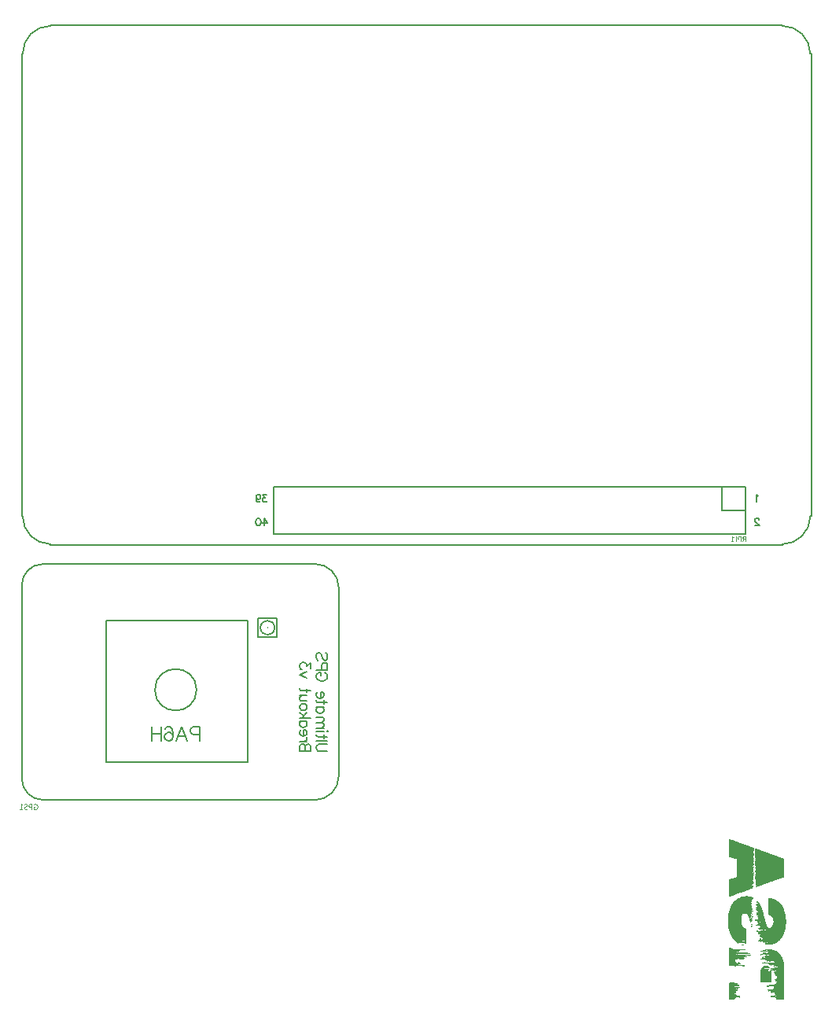
<source format=gbo>
G04*
G04 #@! TF.GenerationSoftware,Altium Limited,Altium Designer,24.0.1 (36)*
G04*
G04 Layer_Color=32896*
%FSLAX25Y25*%
%MOIN*%
G70*
G04*
G04 #@! TF.SameCoordinates,8BFE6F63-70C4-421D-ACC2-915F9C03592B*
G04*
G04*
G04 #@! TF.FilePolarity,Positive*
G04*
G01*
G75*
%ADD10C,0.00591*%
%ADD11C,0.00787*%
G36*
X312923Y99427D02*
X312972D01*
Y99328D01*
X313418D01*
Y99278D01*
X313468D01*
Y99229D01*
X313666D01*
Y99129D01*
X313716D01*
Y99080D01*
X314013D01*
Y99030D01*
X314062D01*
Y98981D01*
X314359D01*
Y98931D01*
X314409D01*
Y98882D01*
X314459D01*
Y98832D01*
X314607D01*
Y98783D01*
X314657D01*
Y98733D01*
X314954D01*
Y98684D01*
X315003D01*
Y98634D01*
X315301D01*
Y98585D01*
X315350D01*
Y98535D01*
X315400D01*
Y98485D01*
X315697D01*
Y98386D01*
X315895D01*
Y98337D01*
X315945D01*
Y98287D01*
X315994D01*
Y98238D01*
X316242D01*
Y98287D01*
X316341D01*
Y98238D01*
X316391D01*
Y98188D01*
X316440D01*
Y98139D01*
X316638D01*
Y98089D01*
X316688D01*
Y98040D01*
X316985D01*
Y97940D01*
X317035D01*
Y97891D01*
X317332D01*
Y97842D01*
X317381D01*
Y97792D01*
X317679D01*
Y97742D01*
X317728D01*
Y97693D01*
X317778D01*
Y97643D01*
X317926D01*
Y97693D01*
X318025D01*
Y97643D01*
X318075D01*
Y97594D01*
X318125D01*
Y97544D01*
X318422D01*
Y97445D01*
X318620D01*
Y97396D01*
X318670D01*
Y97346D01*
X318719D01*
Y97297D01*
X319016D01*
Y97247D01*
X319066D01*
Y97198D01*
X319363D01*
Y97148D01*
X319413D01*
Y97098D01*
X319462D01*
Y97049D01*
X319512D01*
Y97098D01*
X319561D01*
Y97049D01*
X319611D01*
Y96999D01*
X319660D01*
Y96950D01*
X319957D01*
Y96900D01*
X320007D01*
Y96851D01*
X320304D01*
Y96801D01*
X320354D01*
Y96702D01*
X320701D01*
Y96603D01*
X321047D01*
Y96504D01*
X321097D01*
Y96454D01*
X321295D01*
Y96355D01*
X321642D01*
Y96256D01*
X321939D01*
Y96207D01*
X321989D01*
Y96157D01*
X322038D01*
Y96108D01*
X322335D01*
Y96058D01*
X322385D01*
Y96008D01*
X322583D01*
Y95909D01*
X322633D01*
Y95860D01*
X322781D01*
Y95909D01*
X322831D01*
Y95860D01*
X322880D01*
Y95909D01*
X323029D01*
Y95860D01*
X323078D01*
Y95761D01*
X323425D01*
Y95662D01*
X323623D01*
Y95612D01*
X323673D01*
Y95563D01*
X323723D01*
Y95513D01*
X324020D01*
Y95414D01*
X324218D01*
Y95364D01*
X324268D01*
Y95315D01*
X324317D01*
Y95265D01*
X324416D01*
Y95315D01*
X324565D01*
Y95265D01*
X324614D01*
Y95216D01*
X324664D01*
Y95166D01*
X325060D01*
Y95117D01*
X325110D01*
Y87240D01*
X325060D01*
Y87190D01*
X324763D01*
Y87141D01*
X324713D01*
Y87091D01*
X324268D01*
Y86992D01*
X324069D01*
Y86943D01*
X324020D01*
Y86893D01*
X323970D01*
Y86844D01*
X323673D01*
Y86744D01*
X323326D01*
Y86645D01*
X323277D01*
Y86596D01*
X323078D01*
Y86546D01*
X323029D01*
Y86497D01*
X322732D01*
Y86398D01*
X322633D01*
Y86348D01*
X322534D01*
Y86398D01*
X322385D01*
Y86299D01*
X322335D01*
Y86249D01*
X322137D01*
Y86200D01*
X322088D01*
Y86150D01*
X321691D01*
Y86101D01*
X321642D01*
Y86051D01*
X321592D01*
Y86001D01*
X321394D01*
Y85902D01*
X321097D01*
Y85853D01*
X321047D01*
Y85803D01*
X320998D01*
Y85754D01*
X320899D01*
Y85803D01*
X320750D01*
Y85754D01*
X320701D01*
Y85704D01*
X320651D01*
Y85655D01*
X320453D01*
Y85556D01*
X320156D01*
Y85506D01*
X320106D01*
Y85457D01*
X320057D01*
Y85407D01*
X319759D01*
Y85357D01*
X319710D01*
Y85308D01*
X319314D01*
Y85258D01*
X319264D01*
Y85209D01*
X319066D01*
Y85159D01*
X319016D01*
Y85060D01*
X318670D01*
Y84961D01*
X318372D01*
Y84912D01*
X318323D01*
Y84862D01*
X318273D01*
Y84812D01*
X318075D01*
Y84713D01*
X317728D01*
Y84614D01*
X317629D01*
Y84565D01*
X317580D01*
Y84614D01*
X317431D01*
Y84565D01*
X317381D01*
Y84515D01*
X317332D01*
Y84466D01*
X317035D01*
Y84416D01*
X316985D01*
Y84367D01*
X316688D01*
Y84317D01*
X316638D01*
Y84267D01*
X316589D01*
Y84218D01*
X316440D01*
Y84168D01*
X316391D01*
Y84119D01*
X316093D01*
Y84069D01*
X316044D01*
Y84020D01*
X315994D01*
Y83970D01*
X315895D01*
Y84020D01*
X315747D01*
Y83970D01*
X315697D01*
Y83871D01*
X315499D01*
Y83822D01*
X315449D01*
Y83772D01*
X315152D01*
Y83723D01*
X315103D01*
Y83673D01*
X315053D01*
Y83623D01*
X314904D01*
Y83673D01*
X314855D01*
Y83623D01*
X314756D01*
Y83524D01*
X314409D01*
Y83425D01*
X314310D01*
Y83376D01*
X314260D01*
Y83425D01*
X314112D01*
Y83376D01*
X314062D01*
Y83326D01*
X314013D01*
Y83277D01*
X313716D01*
Y83227D01*
X313666D01*
Y83178D01*
X313468D01*
Y83079D01*
X313418D01*
Y83029D01*
X313270D01*
Y83079D01*
X313171D01*
Y83029D01*
X313121D01*
Y82980D01*
X313071D01*
Y82930D01*
X312972D01*
Y83128D01*
X313022D01*
Y83178D01*
X313071D01*
Y83227D01*
X313121D01*
Y83277D01*
X313319D01*
Y83376D01*
X313270D01*
Y83425D01*
X313220D01*
Y83475D01*
X313171D01*
Y83524D01*
X313121D01*
Y83574D01*
X313071D01*
Y83623D01*
X313022D01*
Y83673D01*
X312972D01*
Y84218D01*
X312923D01*
Y84267D01*
X312873D01*
Y84317D01*
X312824D01*
Y84367D01*
X312873D01*
Y84565D01*
X312824D01*
Y84664D01*
X312873D01*
Y84713D01*
X312972D01*
Y85258D01*
X313022D01*
Y85308D01*
X313071D01*
Y85407D01*
X313022D01*
Y85457D01*
X312972D01*
Y85754D01*
X312923D01*
Y85803D01*
X312873D01*
Y85853D01*
X312824D01*
Y85952D01*
X312873D01*
Y86348D01*
X312824D01*
Y86398D01*
X312675D01*
Y86348D01*
X312576D01*
Y86398D01*
X312477D01*
Y86546D01*
X312526D01*
Y86596D01*
X312576D01*
Y86645D01*
X312626D01*
Y86695D01*
X312675D01*
Y86744D01*
X312725D01*
Y86943D01*
X312774D01*
Y86992D01*
X312824D01*
Y87042D01*
X312873D01*
Y87141D01*
X312824D01*
Y87190D01*
X312675D01*
Y87240D01*
X312626D01*
Y87686D01*
X312725D01*
Y87785D01*
X312824D01*
Y87834D01*
X312873D01*
Y87933D01*
X312972D01*
Y88132D01*
X312923D01*
Y88181D01*
X312873D01*
Y88132D01*
X312824D01*
Y88181D01*
X312725D01*
Y88231D01*
X312675D01*
Y88280D01*
X312626D01*
Y88379D01*
X312675D01*
Y88429D01*
X312725D01*
Y88478D01*
X312774D01*
Y88528D01*
X312824D01*
Y88578D01*
X312873D01*
Y88627D01*
X312923D01*
Y88677D01*
X312972D01*
Y88825D01*
X312923D01*
Y88875D01*
X312873D01*
Y88924D01*
X312824D01*
Y89023D01*
X312873D01*
Y89172D01*
X312824D01*
Y89222D01*
X312774D01*
Y89271D01*
X312725D01*
Y89915D01*
X312774D01*
Y89965D01*
X312824D01*
Y90014D01*
X312873D01*
Y90064D01*
X312972D01*
Y90262D01*
X312923D01*
Y90311D01*
X312873D01*
Y90361D01*
X312824D01*
Y90411D01*
X312873D01*
Y90510D01*
X312824D01*
Y90559D01*
X312873D01*
Y90658D01*
X312972D01*
Y90856D01*
X312923D01*
Y90906D01*
X312725D01*
Y91005D01*
X312626D01*
Y91352D01*
X312675D01*
Y91401D01*
X312725D01*
Y91451D01*
X312774D01*
Y91500D01*
X313071D01*
Y91946D01*
X313022D01*
Y91996D01*
X312972D01*
Y92045D01*
X312923D01*
Y92095D01*
X312873D01*
Y92144D01*
X312824D01*
Y92194D01*
X312774D01*
Y92243D01*
X312725D01*
Y92293D01*
X312675D01*
Y92343D01*
X312626D01*
Y92541D01*
X312675D01*
Y92590D01*
X312725D01*
Y92788D01*
X312626D01*
Y92888D01*
X312576D01*
Y92937D01*
X312477D01*
Y93234D01*
X312526D01*
Y93284D01*
X312626D01*
Y93730D01*
X312675D01*
Y93779D01*
X312725D01*
Y93977D01*
X312626D01*
Y94225D01*
X312725D01*
Y94324D01*
X312972D01*
Y94423D01*
X312923D01*
Y94473D01*
X312873D01*
Y94522D01*
X312824D01*
Y94572D01*
X312774D01*
Y94621D01*
X312725D01*
Y94770D01*
X312675D01*
Y94819D01*
X312626D01*
Y94919D01*
X312675D01*
Y94968D01*
X312725D01*
Y95018D01*
X312774D01*
Y95067D01*
X312873D01*
Y95018D01*
X312923D01*
Y95067D01*
X312972D01*
Y95166D01*
X312873D01*
Y95216D01*
X312824D01*
Y95265D01*
X312873D01*
Y95364D01*
X312824D01*
Y95414D01*
X312725D01*
Y95612D01*
X312675D01*
Y95662D01*
X312626D01*
Y97891D01*
X312675D01*
Y97940D01*
X312725D01*
Y99080D01*
X312675D01*
Y99129D01*
X312626D01*
Y99328D01*
X312725D01*
Y99427D01*
X312774D01*
Y99476D01*
X312923D01*
Y99427D01*
D02*
G37*
G36*
X301975Y103340D02*
X302024D01*
Y103291D01*
X302074D01*
Y103241D01*
X302371D01*
Y103192D01*
X302420D01*
Y103142D01*
X302718D01*
Y103093D01*
X302767D01*
Y103043D01*
X302817D01*
Y102994D01*
X302965D01*
Y103043D01*
X303015D01*
Y102994D01*
X303114D01*
Y102895D01*
X303461D01*
Y102796D01*
X303560D01*
Y102746D01*
X303609D01*
Y102796D01*
X303758D01*
Y102746D01*
X303807D01*
Y102696D01*
X303857D01*
Y102647D01*
X304055D01*
Y102548D01*
X304402D01*
Y102449D01*
X304451D01*
Y102399D01*
X304600D01*
Y102449D01*
X304699D01*
Y102399D01*
X304749D01*
Y102350D01*
X304798D01*
Y102300D01*
X304996D01*
Y102201D01*
X305442D01*
Y102151D01*
X305492D01*
Y102052D01*
X305690D01*
Y102003D01*
X305740D01*
Y101953D01*
X306037D01*
Y101904D01*
X306086D01*
Y101854D01*
X306136D01*
Y101805D01*
X306284D01*
Y101854D01*
X306384D01*
Y101805D01*
X306433D01*
Y101706D01*
X306631D01*
Y101656D01*
X306681D01*
Y101607D01*
X306780D01*
Y101557D01*
X306829D01*
Y101607D01*
X306978D01*
Y101557D01*
X307028D01*
Y101507D01*
X307077D01*
Y101458D01*
X307374D01*
Y101408D01*
X307424D01*
Y101359D01*
X307721D01*
Y101260D01*
X307771D01*
Y101210D01*
X307969D01*
Y101161D01*
X308018D01*
Y101111D01*
X308415D01*
Y101062D01*
X308464D01*
Y101012D01*
X308762D01*
Y100962D01*
X308811D01*
Y100913D01*
X308861D01*
Y100863D01*
X309059D01*
Y100764D01*
X309356D01*
Y100715D01*
X309405D01*
Y100665D01*
X309455D01*
Y100616D01*
X309604D01*
Y100665D01*
X309703D01*
Y100616D01*
X309752D01*
Y100566D01*
X309802D01*
Y100517D01*
X310000D01*
Y100418D01*
X310446D01*
Y100368D01*
X310495D01*
Y100269D01*
X310694D01*
Y100219D01*
X310743D01*
Y100170D01*
X311040D01*
Y100120D01*
X311090D01*
Y100071D01*
X311139D01*
Y100021D01*
X311288D01*
Y100071D01*
X311338D01*
Y100021D01*
X311437D01*
Y99922D01*
X311635D01*
Y99873D01*
X311684D01*
Y99823D01*
X311982D01*
Y99774D01*
X312031D01*
Y99575D01*
X312130D01*
Y98783D01*
X312180D01*
Y98733D01*
X312229D01*
Y98684D01*
X312279D01*
Y98535D01*
X312229D01*
Y98485D01*
X312130D01*
Y98386D01*
X312031D01*
Y98287D01*
X311982D01*
Y98238D01*
X311783D01*
Y97693D01*
X311833D01*
Y97643D01*
X311882D01*
Y97594D01*
X311932D01*
Y97544D01*
X311982D01*
Y97495D01*
X312031D01*
Y97445D01*
X312081D01*
Y97396D01*
X312130D01*
Y96851D01*
X312229D01*
Y96801D01*
X312279D01*
Y96653D01*
X312229D01*
Y96603D01*
X312180D01*
Y96553D01*
X312130D01*
Y96504D01*
X312081D01*
Y96454D01*
X312031D01*
Y95909D01*
X312081D01*
Y95860D01*
X312130D01*
Y95662D01*
X312081D01*
Y95612D01*
X312031D01*
Y95315D01*
X312081D01*
Y95265D01*
X312130D01*
Y95067D01*
X312081D01*
Y95018D01*
X312031D01*
Y94968D01*
X311982D01*
Y94919D01*
X311932D01*
Y94869D01*
X311882D01*
Y94721D01*
X312081D01*
Y94671D01*
X312130D01*
Y94621D01*
X312180D01*
Y94572D01*
X312229D01*
Y94522D01*
X312279D01*
Y94374D01*
X312229D01*
Y94324D01*
X312031D01*
Y94126D01*
X312081D01*
Y94076D01*
X312130D01*
Y93532D01*
X312081D01*
Y93482D01*
X312031D01*
Y93036D01*
X312130D01*
Y92937D01*
X312229D01*
Y92888D01*
X312279D01*
Y92838D01*
X312229D01*
Y92788D01*
X312180D01*
Y92739D01*
X312130D01*
Y92442D01*
X312031D01*
Y92095D01*
X311932D01*
Y92045D01*
X311882D01*
Y91946D01*
X311783D01*
Y91897D01*
X311734D01*
Y91847D01*
X311536D01*
Y91748D01*
X311585D01*
Y91698D01*
X311783D01*
Y91748D01*
X311882D01*
Y91698D01*
X311982D01*
Y91798D01*
X312031D01*
Y91847D01*
X312130D01*
Y91798D01*
X312180D01*
Y91748D01*
X312229D01*
Y91698D01*
X312279D01*
Y91649D01*
X312229D01*
Y91599D01*
X312180D01*
Y91550D01*
X312130D01*
Y91500D01*
X312081D01*
Y91451D01*
X312031D01*
Y91401D01*
X311982D01*
Y91352D01*
X311932D01*
Y91302D01*
X311882D01*
Y91054D01*
X311932D01*
Y91005D01*
X312130D01*
Y90906D01*
X312081D01*
Y90856D01*
X312031D01*
Y90807D01*
X311982D01*
Y90757D01*
X311932D01*
Y90708D01*
X311882D01*
Y90212D01*
X311932D01*
Y90163D01*
X312031D01*
Y89370D01*
X311882D01*
Y89321D01*
X311833D01*
Y89370D01*
X311734D01*
Y89321D01*
X311684D01*
Y89271D01*
X311635D01*
Y89172D01*
X311684D01*
Y89122D01*
X311882D01*
Y89172D01*
X311932D01*
Y89222D01*
X312229D01*
Y89172D01*
X312279D01*
Y88924D01*
X312229D01*
Y88875D01*
X312180D01*
Y88825D01*
X312130D01*
Y88776D01*
X312081D01*
Y88726D01*
X312031D01*
Y88528D01*
X312081D01*
Y88478D01*
X312130D01*
Y88181D01*
X312081D01*
Y88132D01*
X312031D01*
Y87834D01*
X311982D01*
Y87785D01*
X311932D01*
Y87735D01*
X311882D01*
Y87488D01*
X311932D01*
Y87438D01*
X312130D01*
Y87240D01*
X312081D01*
Y87190D01*
X312031D01*
Y86744D01*
X311932D01*
Y86695D01*
X311882D01*
Y86497D01*
X311932D01*
Y86447D01*
X311882D01*
Y86398D01*
X311833D01*
Y86348D01*
X311783D01*
Y85902D01*
X311684D01*
Y85803D01*
X311635D01*
Y85754D01*
X311684D01*
Y85556D01*
X311882D01*
Y85209D01*
X312081D01*
Y85159D01*
X312130D01*
Y85110D01*
X312180D01*
Y85060D01*
X312229D01*
Y85011D01*
X312279D01*
Y84862D01*
X312180D01*
Y84812D01*
X312130D01*
Y84713D01*
X312031D01*
Y84614D01*
X311932D01*
Y84565D01*
X311882D01*
Y84466D01*
X311783D01*
Y84367D01*
X311684D01*
Y84168D01*
X311635D01*
Y84119D01*
X311585D01*
Y84069D01*
X311536D01*
Y84020D01*
X311437D01*
Y84069D01*
X311387D01*
Y84119D01*
X311189D01*
Y84020D01*
X311239D01*
Y83970D01*
X311288D01*
Y83921D01*
X311338D01*
Y83871D01*
X311387D01*
Y83822D01*
X311437D01*
Y83772D01*
X311635D01*
Y83723D01*
X311684D01*
Y83673D01*
X311734D01*
Y83623D01*
X311783D01*
Y83524D01*
X311882D01*
Y83425D01*
X311932D01*
Y83376D01*
X311882D01*
Y83277D01*
X311783D01*
Y83178D01*
X311684D01*
Y83079D01*
X311635D01*
Y83029D01*
X311684D01*
Y82980D01*
X311635D01*
Y82831D01*
X311783D01*
Y82880D01*
X311833D01*
Y82930D01*
X311982D01*
Y82880D01*
X312031D01*
Y82831D01*
X312081D01*
Y82781D01*
X312130D01*
Y82682D01*
X312031D01*
Y82633D01*
X311982D01*
Y82583D01*
X311684D01*
Y82484D01*
X311635D01*
Y82434D01*
X311437D01*
Y82385D01*
X311387D01*
Y82336D01*
X311090D01*
Y82286D01*
X311040D01*
Y82236D01*
X310991D01*
Y82187D01*
X310892D01*
Y82236D01*
X310743D01*
Y82187D01*
X310694D01*
Y82088D01*
X310495D01*
Y82038D01*
X310446D01*
Y81989D01*
X310149D01*
Y81939D01*
X310099D01*
Y81890D01*
X310050D01*
Y81840D01*
X309901D01*
Y81890D01*
X309851D01*
Y81840D01*
X309752D01*
Y81741D01*
X309405D01*
Y81642D01*
X309306D01*
Y81592D01*
X309257D01*
Y81642D01*
X309108D01*
Y81592D01*
X309059D01*
Y81543D01*
X309009D01*
Y81493D01*
X308712D01*
Y81444D01*
X308662D01*
Y81394D01*
X308464D01*
Y81295D01*
X308415D01*
Y81246D01*
X308266D01*
Y81295D01*
X308167D01*
Y81246D01*
X308118D01*
Y81196D01*
X308068D01*
Y81147D01*
X307771D01*
Y81097D01*
X307721D01*
Y81047D01*
X307672D01*
Y80998D01*
X307573D01*
Y81047D01*
X307424D01*
Y80998D01*
X307374D01*
Y80899D01*
X307176D01*
Y80849D01*
X307127D01*
Y80800D01*
X306681D01*
Y80701D01*
X306631D01*
Y80651D01*
X306433D01*
Y80552D01*
X306086D01*
Y80453D01*
X305987D01*
Y80403D01*
X305938D01*
Y80453D01*
X305789D01*
Y80403D01*
X305740D01*
Y80354D01*
X305690D01*
Y80304D01*
X305492D01*
Y80205D01*
X305046D01*
Y80156D01*
X304996D01*
Y80106D01*
X304947D01*
Y80057D01*
X304798D01*
Y80007D01*
X304749D01*
Y79957D01*
X304451D01*
Y79908D01*
X304402D01*
Y79858D01*
X304352D01*
Y79809D01*
X304253D01*
Y79858D01*
X304105D01*
Y79809D01*
X304055D01*
Y79759D01*
X304006D01*
Y79710D01*
X303708D01*
Y79611D01*
X303510D01*
Y79561D01*
X303461D01*
Y79512D01*
X303411D01*
Y79462D01*
X303263D01*
Y79512D01*
X303164D01*
Y79462D01*
X303114D01*
Y79413D01*
X303064D01*
Y79363D01*
X302767D01*
Y79264D01*
X302569D01*
Y79214D01*
X302519D01*
Y79165D01*
X302470D01*
Y79115D01*
X302074D01*
Y79066D01*
X302024D01*
Y79016D01*
X301826D01*
Y79066D01*
X301776D01*
Y79214D01*
X301826D01*
Y79264D01*
X301776D01*
Y86249D01*
X301826D01*
Y86299D01*
X301776D01*
Y86447D01*
X301826D01*
Y86497D01*
X302123D01*
Y86546D01*
X302173D01*
Y86596D01*
X302569D01*
Y86645D01*
X302619D01*
Y86695D01*
X302668D01*
Y86744D01*
X302965D01*
Y86794D01*
X303015D01*
Y86844D01*
X303461D01*
Y86943D01*
X303510D01*
Y86992D01*
X303659D01*
Y86943D01*
X303758D01*
Y86992D01*
X303807D01*
Y87042D01*
X303857D01*
Y87091D01*
X304253D01*
Y87141D01*
X304303D01*
Y87190D01*
X304749D01*
Y87289D01*
X304798D01*
Y87339D01*
X304897D01*
Y93135D01*
Y93185D01*
Y94919D01*
X304551D01*
Y95018D01*
X304501D01*
Y95067D01*
X304204D01*
Y95117D01*
X304154D01*
Y95166D01*
X303708D01*
Y95265D01*
X303659D01*
Y95315D01*
X303510D01*
Y95265D01*
X303411D01*
Y95315D01*
X303362D01*
Y95364D01*
X303312D01*
Y95414D01*
X302866D01*
Y95513D01*
X302569D01*
Y95563D01*
X302519D01*
Y95612D01*
X302470D01*
Y95662D01*
X302173D01*
Y95711D01*
X302123D01*
Y95761D01*
X301826D01*
Y95810D01*
X301776D01*
Y95959D01*
X301826D01*
Y96008D01*
X301776D01*
Y103142D01*
X301826D01*
Y103192D01*
X301776D01*
Y103291D01*
X301826D01*
Y103390D01*
X301975D01*
Y103340D01*
D02*
G37*
G36*
X309703Y79214D02*
X309752D01*
Y79165D01*
X309802D01*
Y79115D01*
X310595D01*
Y79016D01*
X310941D01*
Y78917D01*
X310991D01*
Y78868D01*
X311139D01*
Y78917D01*
X311239D01*
Y78868D01*
X311288D01*
Y78818D01*
X311338D01*
Y78769D01*
X311635D01*
Y78719D01*
X311684D01*
Y78670D01*
X311882D01*
Y78075D01*
X311833D01*
Y78026D01*
X311783D01*
Y77976D01*
X311734D01*
Y77926D01*
X311684D01*
Y77728D01*
X311635D01*
Y77679D01*
X311536D01*
Y77580D01*
X311437D01*
Y77481D01*
X311338D01*
Y77431D01*
X311288D01*
Y77282D01*
X311338D01*
Y77233D01*
X311387D01*
Y77183D01*
X311437D01*
Y77035D01*
X311387D01*
Y76985D01*
X311338D01*
Y76936D01*
X311288D01*
Y76737D01*
X311189D01*
Y76638D01*
X311090D01*
Y76539D01*
X311040D01*
Y76490D01*
X311090D01*
Y76391D01*
X311040D01*
Y76341D01*
X311090D01*
Y76292D01*
X311139D01*
Y76242D01*
X311189D01*
Y76192D01*
X311239D01*
Y76143D01*
X311288D01*
Y76093D01*
X311338D01*
Y76044D01*
X311387D01*
Y75994D01*
X311437D01*
Y75697D01*
X311338D01*
Y75648D01*
X311288D01*
Y75548D01*
X311090D01*
Y75499D01*
X311040D01*
Y75449D01*
X310991D01*
Y75400D01*
X310941D01*
Y75350D01*
X310892D01*
Y75301D01*
X310842D01*
Y75202D01*
X311040D01*
Y75301D01*
X311189D01*
Y75251D01*
X311239D01*
Y75202D01*
X311288D01*
Y74607D01*
X311338D01*
Y74558D01*
X311288D01*
Y74508D01*
X311239D01*
Y74459D01*
X311189D01*
Y74409D01*
X311139D01*
Y74360D01*
X311090D01*
Y74260D01*
X311139D01*
Y74211D01*
X311189D01*
Y74161D01*
X311239D01*
Y74112D01*
X311288D01*
Y74062D01*
X311338D01*
Y74013D01*
X311387D01*
Y73963D01*
X311437D01*
Y73914D01*
X311486D01*
Y73864D01*
X311536D01*
Y73567D01*
X311486D01*
Y73517D01*
X311090D01*
Y73567D01*
X311040D01*
Y73517D01*
X310941D01*
Y73319D01*
X311139D01*
Y73270D01*
X311189D01*
Y73220D01*
X311239D01*
Y73171D01*
X311437D01*
Y73071D01*
X311635D01*
Y73022D01*
X311684D01*
Y72972D01*
X311734D01*
Y72923D01*
X311783D01*
Y72725D01*
X311684D01*
Y72626D01*
X311635D01*
Y72576D01*
X311387D01*
Y72626D01*
X311338D01*
Y72675D01*
X311288D01*
Y72725D01*
X311239D01*
Y72675D01*
X311189D01*
Y72477D01*
X311486D01*
Y72427D01*
X311536D01*
Y72229D01*
X311437D01*
Y72130D01*
X310595D01*
Y71982D01*
X310941D01*
Y71932D01*
X310991D01*
Y71882D01*
X311387D01*
Y71833D01*
X311437D01*
Y71783D01*
X311486D01*
Y71734D01*
X311536D01*
Y71536D01*
X311486D01*
Y71486D01*
X311437D01*
Y71437D01*
X311387D01*
Y71387D01*
X311239D01*
Y71437D01*
X311189D01*
Y71486D01*
X311139D01*
Y71536D01*
X311090D01*
Y71486D01*
X311040D01*
Y71387D01*
X310941D01*
Y71189D01*
X310991D01*
Y71139D01*
X311090D01*
Y70941D01*
X311139D01*
Y70892D01*
X311189D01*
Y70793D01*
X311288D01*
Y70892D01*
X311338D01*
Y70941D01*
X311387D01*
Y70892D01*
X311437D01*
Y70842D01*
X311486D01*
Y70793D01*
X311783D01*
Y70694D01*
X311882D01*
Y70595D01*
X311932D01*
Y70545D01*
X311882D01*
Y70446D01*
X311783D01*
Y70347D01*
X311684D01*
Y70149D01*
X311635D01*
Y70099D01*
X311585D01*
Y70050D01*
X311536D01*
Y70000D01*
X311486D01*
Y69950D01*
X311437D01*
Y69901D01*
X311387D01*
Y69851D01*
X311338D01*
Y69802D01*
X311288D01*
Y69752D01*
X311387D01*
Y69703D01*
X311437D01*
Y69653D01*
X311486D01*
Y69604D01*
X311536D01*
Y69406D01*
X311486D01*
Y69356D01*
X311437D01*
Y69306D01*
X311387D01*
Y69257D01*
X311189D01*
Y69158D01*
X310842D01*
Y69009D01*
X311288D01*
Y69059D01*
X311338D01*
Y69009D01*
X311437D01*
Y68910D01*
X311536D01*
Y68662D01*
X311437D01*
Y68563D01*
X311338D01*
Y68514D01*
X311288D01*
Y68415D01*
X310941D01*
Y68316D01*
X310842D01*
Y68217D01*
X310793D01*
Y68167D01*
X310694D01*
Y68068D01*
X310495D01*
Y68613D01*
X310446D01*
Y68662D01*
X310396D01*
Y68712D01*
X310347D01*
Y69108D01*
X310297D01*
Y69158D01*
X310248D01*
Y69604D01*
X310149D01*
Y69653D01*
X310099D01*
Y69802D01*
X310149D01*
Y69901D01*
X310099D01*
Y69950D01*
X310050D01*
Y70000D01*
X310000D01*
Y70446D01*
X309901D01*
Y70644D01*
X309851D01*
Y70694D01*
X309752D01*
Y70892D01*
X309703D01*
Y70941D01*
X309653D01*
Y71139D01*
X309604D01*
Y71189D01*
X309554D01*
Y71238D01*
X309505D01*
Y71288D01*
X309405D01*
Y71387D01*
X309306D01*
Y71486D01*
X309257D01*
Y71536D01*
X309059D01*
Y71585D01*
X309009D01*
Y71635D01*
X308960D01*
Y71684D01*
X308910D01*
Y71734D01*
X308861D01*
Y71783D01*
X308762D01*
Y71734D01*
X307919D01*
Y71783D01*
X307820D01*
Y71734D01*
X307771D01*
Y71684D01*
X307721D01*
Y71635D01*
X307622D01*
Y71536D01*
X307424D01*
Y71486D01*
X307374D01*
Y71437D01*
X307325D01*
Y71387D01*
X307275D01*
Y71189D01*
X307226D01*
Y71139D01*
X307176D01*
Y71090D01*
X307127D01*
Y71040D01*
X307028D01*
Y70694D01*
X306928D01*
Y70595D01*
X306879D01*
Y70545D01*
X306928D01*
Y70396D01*
X306879D01*
Y70347D01*
X306829D01*
Y70297D01*
X306780D01*
Y67771D01*
X306829D01*
Y67721D01*
X306879D01*
Y67672D01*
X306928D01*
Y67275D01*
X306978D01*
Y67226D01*
X307028D01*
Y66928D01*
X307077D01*
Y66879D01*
X307127D01*
Y66681D01*
X307176D01*
Y66631D01*
X307275D01*
Y66532D01*
X307374D01*
Y66334D01*
X307424D01*
Y66285D01*
X307473D01*
Y66235D01*
X307523D01*
Y66185D01*
X307573D01*
Y66136D01*
X307622D01*
Y66086D01*
X307672D01*
Y66037D01*
X307721D01*
Y65987D01*
X307771D01*
Y65938D01*
X307969D01*
Y65839D01*
X308018D01*
Y65789D01*
X308118D01*
Y65690D01*
X308316D01*
Y65640D01*
X308365D01*
Y65591D01*
X308563D01*
Y65492D01*
X308613D01*
Y65442D01*
X309059D01*
Y61330D01*
X309009D01*
Y61281D01*
X308960D01*
Y61231D01*
X308910D01*
Y60488D01*
X308960D01*
Y60439D01*
X308910D01*
Y60340D01*
X308811D01*
Y59993D01*
X309009D01*
Y59943D01*
X309059D01*
Y58953D01*
X309009D01*
Y58903D01*
X308514D01*
Y58953D01*
X308464D01*
Y59002D01*
X308415D01*
Y59052D01*
X308365D01*
Y59151D01*
X308415D01*
Y59200D01*
X308464D01*
Y59250D01*
X308514D01*
Y59299D01*
X308563D01*
Y59497D01*
X307771D01*
Y59547D01*
X307721D01*
Y59497D01*
X307622D01*
Y59398D01*
X307523D01*
Y59349D01*
X307473D01*
Y59299D01*
X307424D01*
Y59250D01*
X307374D01*
Y59299D01*
X306681D01*
Y59250D01*
X306631D01*
Y59299D01*
X306582D01*
Y59349D01*
X306532D01*
Y59398D01*
X306235D01*
Y59448D01*
X306185D01*
Y59497D01*
X305393D01*
Y59448D01*
X305343D01*
Y59349D01*
X305393D01*
Y59299D01*
X305442D01*
Y59250D01*
X305492D01*
Y59151D01*
X305393D01*
Y59200D01*
X305343D01*
Y59250D01*
X305294D01*
Y59299D01*
X305244D01*
Y59349D01*
X305195D01*
Y59398D01*
X305145D01*
Y59448D01*
X305096D01*
Y59497D01*
X304947D01*
Y59547D01*
X304897D01*
Y59597D01*
X304848D01*
Y59646D01*
X304650D01*
Y59745D01*
X304551D01*
Y59844D01*
X304501D01*
Y59894D01*
X304402D01*
Y59993D01*
X304303D01*
Y60092D01*
X304253D01*
Y60141D01*
X304204D01*
Y60191D01*
X304154D01*
Y60241D01*
X304055D01*
Y60340D01*
X303956D01*
Y60439D01*
X303907D01*
Y60488D01*
X303807D01*
Y60587D01*
X303708D01*
Y60686D01*
X303659D01*
Y60736D01*
X303609D01*
Y60786D01*
X303560D01*
Y60835D01*
X303461D01*
Y61033D01*
X303411D01*
Y61083D01*
X303362D01*
Y61132D01*
X303312D01*
Y61182D01*
X303263D01*
Y61231D01*
X303213D01*
Y61430D01*
X303114D01*
Y61529D01*
X303015D01*
Y61578D01*
X302965D01*
Y61677D01*
X303015D01*
Y61727D01*
X302965D01*
Y61776D01*
X302916D01*
Y61826D01*
X302866D01*
Y61875D01*
X302817D01*
Y61925D01*
X302767D01*
Y62074D01*
X302718D01*
Y62123D01*
X302668D01*
Y62173D01*
X302619D01*
Y62371D01*
X302519D01*
Y62569D01*
X302470D01*
Y62618D01*
X302420D01*
Y62668D01*
X302371D01*
Y62718D01*
X302420D01*
Y62767D01*
X302371D01*
Y62817D01*
X302321D01*
Y62866D01*
X302272D01*
Y63064D01*
X302222D01*
Y63114D01*
X302173D01*
Y63411D01*
X302123D01*
Y63461D01*
X302024D01*
Y63807D01*
X301925D01*
Y64105D01*
X301875D01*
Y64154D01*
X301826D01*
Y64204D01*
X301776D01*
Y64352D01*
X301826D01*
Y64451D01*
X301776D01*
Y64501D01*
X301727D01*
Y64551D01*
X301677D01*
Y65096D01*
X301578D01*
Y65442D01*
X301479D01*
Y65492D01*
X301430D01*
Y66384D01*
X301380D01*
Y66433D01*
X301330D01*
Y67077D01*
X301281D01*
Y67127D01*
X301231D01*
Y67176D01*
X301182D01*
Y67325D01*
X301231D01*
Y67424D01*
X301182D01*
Y70297D01*
X301231D01*
Y70396D01*
X301182D01*
Y70495D01*
X301231D01*
Y70545D01*
X301281D01*
Y70595D01*
X301330D01*
Y71288D01*
X301430D01*
Y72081D01*
X301479D01*
Y72130D01*
X301578D01*
Y72576D01*
X301628D01*
Y72626D01*
X301677D01*
Y73022D01*
X301727D01*
Y73071D01*
X301776D01*
Y73121D01*
X301826D01*
Y73220D01*
X301776D01*
Y73369D01*
X301826D01*
Y73418D01*
X301875D01*
Y73468D01*
X301925D01*
Y73864D01*
X301975D01*
Y73914D01*
X302024D01*
Y74112D01*
X302123D01*
Y74161D01*
X302173D01*
Y74459D01*
X302222D01*
Y74508D01*
X302272D01*
Y74706D01*
X302321D01*
Y74756D01*
X302371D01*
Y74805D01*
X302420D01*
Y74855D01*
X302371D01*
Y74905D01*
X302420D01*
Y74954D01*
X302470D01*
Y75003D01*
X302519D01*
Y75202D01*
X302619D01*
Y75400D01*
X302668D01*
Y75449D01*
X302718D01*
Y75499D01*
X302767D01*
Y75648D01*
X302817D01*
Y75697D01*
X302866D01*
Y75895D01*
X302916D01*
Y75945D01*
X302965D01*
Y75994D01*
X303015D01*
Y76044D01*
X303114D01*
Y76242D01*
X303164D01*
Y76292D01*
X303213D01*
Y76341D01*
X303263D01*
Y76391D01*
X303312D01*
Y76440D01*
X303362D01*
Y76490D01*
X303411D01*
Y76539D01*
X303461D01*
Y76737D01*
X303560D01*
Y76787D01*
X303609D01*
Y76886D01*
X303708D01*
Y76985D01*
X303907D01*
Y77035D01*
X303956D01*
Y77233D01*
X304055D01*
Y77332D01*
X304253D01*
Y77381D01*
X304303D01*
Y77431D01*
X304352D01*
Y77481D01*
X304402D01*
Y77530D01*
X304451D01*
Y77580D01*
X304501D01*
Y77629D01*
X304551D01*
Y77679D01*
X304600D01*
Y77728D01*
X304650D01*
Y77778D01*
X304699D01*
Y77827D01*
X304897D01*
Y77926D01*
X304947D01*
Y77976D01*
X304996D01*
Y78026D01*
X305046D01*
Y78075D01*
X305244D01*
Y78125D01*
X305294D01*
Y78174D01*
X305343D01*
Y78224D01*
X305393D01*
Y78273D01*
X305541D01*
Y78323D01*
X305591D01*
Y78372D01*
X305641D01*
Y78422D01*
X305839D01*
Y78521D01*
X306185D01*
Y78620D01*
X306235D01*
Y78670D01*
X306433D01*
Y78769D01*
X306631D01*
Y78818D01*
X306681D01*
Y78868D01*
X306730D01*
Y78917D01*
X306829D01*
Y78868D01*
X307077D01*
Y78917D01*
X307127D01*
Y78967D01*
X307176D01*
Y79016D01*
X307622D01*
Y79115D01*
X308563D01*
Y79214D01*
X308613D01*
Y79264D01*
X309703D01*
Y79214D01*
D02*
G37*
G36*
X311387Y67424D02*
X311437D01*
Y67374D01*
X311486D01*
Y67325D01*
X311536D01*
Y67127D01*
X311437D01*
Y67028D01*
X311387D01*
Y66978D01*
X311288D01*
Y66879D01*
X311090D01*
Y66829D01*
X311040D01*
Y66780D01*
X311090D01*
Y66681D01*
X311139D01*
Y66631D01*
X311288D01*
Y66582D01*
X311338D01*
Y66532D01*
X311536D01*
Y66285D01*
X311437D01*
Y66235D01*
X311387D01*
Y66185D01*
X311338D01*
Y66136D01*
X311288D01*
Y66037D01*
X311090D01*
Y66235D01*
X311040D01*
Y66285D01*
X310991D01*
Y66334D01*
X310941D01*
Y66730D01*
X310892D01*
Y66780D01*
X310842D01*
Y67226D01*
X310743D01*
Y67275D01*
X310694D01*
Y67424D01*
X310743D01*
Y67474D01*
X311387D01*
Y67424D01*
D02*
G37*
G36*
X319016Y78471D02*
X319066D01*
Y78422D01*
X319462D01*
Y78372D01*
X319512D01*
Y78323D01*
X319561D01*
Y78273D01*
X319858D01*
Y78323D01*
X319908D01*
Y78273D01*
X319957D01*
Y78224D01*
X320007D01*
Y78174D01*
X320304D01*
Y78125D01*
X320354D01*
Y78075D01*
X320651D01*
Y78026D01*
X320701D01*
Y77976D01*
X320750D01*
Y77926D01*
X320899D01*
Y77877D01*
X320948D01*
Y77827D01*
X321146D01*
Y77778D01*
X321196D01*
Y77679D01*
X321394D01*
Y77629D01*
X321444D01*
Y77580D01*
X321642D01*
Y77481D01*
X321840D01*
Y77431D01*
X321890D01*
Y77381D01*
X321939D01*
Y77332D01*
X321989D01*
Y77282D01*
X322038D01*
Y77233D01*
X322088D01*
Y77183D01*
X322137D01*
Y77134D01*
X322187D01*
Y77084D01*
X322335D01*
Y77035D01*
X322385D01*
Y76985D01*
X322583D01*
Y76886D01*
X322682D01*
Y76837D01*
X322732D01*
Y76737D01*
X322831D01*
Y76638D01*
X322930D01*
Y76589D01*
X322979D01*
Y76539D01*
X323029D01*
Y76490D01*
X323078D01*
Y76391D01*
X323178D01*
Y76292D01*
X323277D01*
Y76242D01*
X323326D01*
Y76143D01*
X323425D01*
Y76044D01*
X323524D01*
Y75994D01*
X323574D01*
Y75945D01*
X323623D01*
Y75895D01*
X323673D01*
Y75796D01*
X323772D01*
Y75598D01*
X323822D01*
Y75548D01*
X323871D01*
Y75499D01*
X323921D01*
Y75449D01*
X323970D01*
Y75400D01*
X324020D01*
Y75350D01*
X324069D01*
Y75301D01*
X324119D01*
Y75152D01*
X324168D01*
Y75103D01*
X324218D01*
Y75053D01*
X324268D01*
Y75003D01*
X324317D01*
Y74954D01*
X324367D01*
Y74756D01*
X324416D01*
Y74706D01*
X324515D01*
Y74508D01*
X324565D01*
Y74459D01*
X324614D01*
Y74260D01*
X324713D01*
Y74161D01*
X324763D01*
Y74112D01*
X324713D01*
Y73963D01*
X324763D01*
Y73914D01*
X324812D01*
Y73864D01*
X324862D01*
Y73567D01*
X324911D01*
Y73517D01*
X324961D01*
Y73319D01*
X325060D01*
Y73270D01*
X325110D01*
Y72824D01*
X325209D01*
Y72477D01*
X325308D01*
Y72378D01*
X325357D01*
Y72328D01*
X325308D01*
Y71932D01*
X325357D01*
Y71882D01*
X325407D01*
Y71833D01*
X325457D01*
Y71437D01*
X325506D01*
Y71387D01*
X325555D01*
Y70347D01*
X325655D01*
Y70297D01*
X325704D01*
Y69406D01*
X325655D01*
Y69356D01*
X325704D01*
Y69257D01*
X325803D01*
Y67374D01*
X325704D01*
Y67275D01*
X325655D01*
Y67226D01*
X325704D01*
Y66433D01*
X325605D01*
Y66384D01*
X325555D01*
Y65492D01*
X325506D01*
Y65442D01*
X325457D01*
Y64996D01*
X325357D01*
Y64947D01*
X325308D01*
Y64551D01*
X325357D01*
Y64451D01*
X325308D01*
Y64402D01*
X325258D01*
Y64352D01*
X325209D01*
Y64055D01*
X325159D01*
Y64006D01*
X325110D01*
Y63956D01*
X325060D01*
Y63907D01*
X325110D01*
Y63708D01*
X325060D01*
Y63659D01*
X324961D01*
Y63312D01*
X324862D01*
Y63114D01*
X324812D01*
Y63064D01*
X324763D01*
Y63015D01*
X324713D01*
Y62866D01*
X324664D01*
Y62817D01*
X324614D01*
Y62520D01*
X324565D01*
Y62470D01*
X324515D01*
Y62420D01*
X324466D01*
Y62371D01*
X324416D01*
Y62321D01*
X324367D01*
Y62024D01*
X324317D01*
Y61975D01*
X324268D01*
Y61925D01*
X324218D01*
Y61875D01*
X324168D01*
Y61826D01*
X324119D01*
Y61677D01*
X324069D01*
Y61628D01*
X324020D01*
Y61578D01*
X323970D01*
Y61529D01*
X323921D01*
Y61330D01*
X323871D01*
Y61281D01*
X323772D01*
Y61182D01*
X323673D01*
Y61083D01*
X323623D01*
Y61033D01*
X323574D01*
Y60984D01*
X323524D01*
Y60934D01*
X323425D01*
Y60736D01*
X323376D01*
Y60686D01*
X323178D01*
Y60488D01*
X323128D01*
Y60439D01*
X323078D01*
Y60389D01*
X323029D01*
Y60340D01*
X322831D01*
Y60241D01*
X322732D01*
Y60141D01*
X322682D01*
Y60092D01*
X322583D01*
Y59993D01*
X322484D01*
Y59894D01*
X322286D01*
Y59844D01*
X322236D01*
Y59795D01*
X322187D01*
Y59745D01*
X322137D01*
Y59696D01*
X322088D01*
Y59646D01*
X321890D01*
Y59547D01*
X321840D01*
Y59497D01*
X321642D01*
Y59398D01*
X321543D01*
Y59349D01*
X321493D01*
Y59299D01*
X321345D01*
Y59250D01*
X321295D01*
Y59200D01*
X321246D01*
Y59151D01*
X320948D01*
Y59101D01*
X320899D01*
Y59052D01*
X320701D01*
Y58953D01*
X320651D01*
Y58903D01*
X320502D01*
Y58953D01*
X320403D01*
Y58903D01*
X320354D01*
Y58854D01*
X320304D01*
Y58804D01*
X319908D01*
Y58754D01*
X319858D01*
Y58705D01*
X319759D01*
Y58655D01*
X319710D01*
Y58705D01*
X319314D01*
Y58655D01*
X319264D01*
Y58606D01*
X319214D01*
Y58556D01*
X316936D01*
Y58606D01*
X316886D01*
Y58655D01*
X316837D01*
Y58705D01*
X316737D01*
Y58655D01*
X316589D01*
Y58705D01*
X316539D01*
Y58804D01*
X316737D01*
Y58854D01*
X316787D01*
Y59250D01*
X316837D01*
Y59299D01*
X316886D01*
Y59497D01*
X317084D01*
Y59547D01*
X317134D01*
Y59646D01*
X316787D01*
Y59547D01*
X316737D01*
Y59497D01*
X316341D01*
Y59547D01*
X316292D01*
Y59646D01*
X316093D01*
Y59696D01*
X316044D01*
Y59745D01*
X315846D01*
Y59795D01*
X315796D01*
Y59894D01*
X315400D01*
Y59844D01*
X315350D01*
Y59795D01*
X315301D01*
Y59745D01*
X315152D01*
Y59795D01*
X315103D01*
Y59844D01*
X315053D01*
Y59894D01*
X314310D01*
Y59844D01*
X314260D01*
Y59894D01*
X314161D01*
Y59993D01*
X313963D01*
Y60043D01*
X313914D01*
Y60191D01*
X313963D01*
Y60241D01*
X314161D01*
Y60340D01*
X314260D01*
Y60439D01*
X314310D01*
Y60488D01*
X314409D01*
Y60587D01*
X314508D01*
Y60686D01*
X314607D01*
Y60736D01*
X314657D01*
Y61132D01*
X314607D01*
Y61231D01*
X314657D01*
Y61281D01*
X315103D01*
Y61330D01*
X315152D01*
Y61281D01*
X315202D01*
Y61231D01*
X315251D01*
Y61182D01*
X315301D01*
Y61132D01*
X315350D01*
Y60984D01*
X315301D01*
Y60934D01*
X315251D01*
Y60885D01*
X315202D01*
Y60835D01*
X315152D01*
Y60786D01*
X315103D01*
Y60736D01*
X315152D01*
Y60686D01*
X315301D01*
Y60736D01*
X315350D01*
Y60686D01*
X315648D01*
Y60736D01*
X315697D01*
Y60934D01*
X315796D01*
Y60984D01*
X315846D01*
Y61182D01*
X316044D01*
Y61231D01*
X316093D01*
Y61281D01*
X316292D01*
Y61430D01*
X315846D01*
Y61479D01*
X315796D01*
Y61529D01*
X315499D01*
Y61578D01*
X315449D01*
Y61628D01*
X315400D01*
Y61677D01*
X315251D01*
Y61628D01*
X315202D01*
Y61677D01*
X315103D01*
Y61776D01*
X315003D01*
Y61826D01*
X314954D01*
Y61875D01*
X314904D01*
Y61925D01*
X314855D01*
Y62024D01*
X314756D01*
Y62222D01*
X314855D01*
Y62371D01*
X314805D01*
Y62420D01*
X314756D01*
Y62470D01*
X314657D01*
Y62618D01*
X314756D01*
Y62718D01*
X314855D01*
Y62817D01*
X314904D01*
Y62866D01*
X314855D01*
Y62965D01*
X314657D01*
Y63015D01*
X314607D01*
Y63064D01*
X314459D01*
Y63114D01*
X314409D01*
Y63164D01*
X314359D01*
Y63213D01*
X314211D01*
Y63164D01*
X314161D01*
Y63114D01*
X314112D01*
Y63064D01*
X313963D01*
Y63114D01*
X313914D01*
Y63758D01*
X313963D01*
Y63807D01*
X314013D01*
Y63907D01*
X313963D01*
Y63956D01*
X313914D01*
Y64006D01*
X313864D01*
Y64055D01*
X313716D01*
Y64006D01*
X313616D01*
Y64055D01*
X313567D01*
Y64105D01*
X313517D01*
Y64154D01*
X313319D01*
Y64501D01*
X313418D01*
Y64551D01*
X313468D01*
Y64600D01*
X313517D01*
Y64650D01*
X314013D01*
Y64551D01*
X314062D01*
Y64501D01*
X314855D01*
Y64600D01*
X314904D01*
Y64650D01*
X315003D01*
Y64848D01*
X315103D01*
Y64798D01*
X315152D01*
Y64749D01*
X315301D01*
Y64798D01*
X315350D01*
Y64848D01*
X315895D01*
Y64897D01*
X315945D01*
Y64996D01*
X315003D01*
Y65046D01*
X314954D01*
Y65096D01*
X314310D01*
Y65145D01*
X314260D01*
Y65195D01*
X314211D01*
Y65244D01*
X314112D01*
Y65195D01*
X314013D01*
Y65244D01*
X313914D01*
Y65442D01*
X314013D01*
Y65492D01*
X314062D01*
Y65591D01*
X314409D01*
Y65690D01*
X314607D01*
Y65740D01*
X314657D01*
Y65938D01*
X314855D01*
Y65987D01*
X314904D01*
Y66037D01*
X315103D01*
Y66185D01*
X314904D01*
Y66235D01*
X314855D01*
Y66285D01*
X314805D01*
Y66334D01*
X314756D01*
Y66384D01*
X314706D01*
Y66433D01*
X314508D01*
Y66532D01*
X313963D01*
Y66582D01*
X313914D01*
Y66631D01*
X313369D01*
Y66681D01*
X313319D01*
Y66730D01*
X313270D01*
Y66780D01*
X313121D01*
Y66829D01*
X313071D01*
Y66978D01*
X313270D01*
Y67028D01*
X313319D01*
Y67077D01*
X313369D01*
Y67127D01*
X313567D01*
Y67226D01*
X313765D01*
Y67275D01*
X313815D01*
Y67325D01*
X313765D01*
Y67374D01*
X313716D01*
Y67424D01*
X313666D01*
Y67474D01*
X313765D01*
Y67523D01*
X313815D01*
Y67572D01*
X313864D01*
Y67622D01*
X313914D01*
Y67672D01*
X313963D01*
Y67721D01*
X314013D01*
Y67771D01*
X314062D01*
Y67820D01*
X314112D01*
Y67870D01*
X314161D01*
Y67919D01*
X314211D01*
Y67969D01*
X314409D01*
Y68068D01*
X314062D01*
Y68018D01*
X314013D01*
Y67969D01*
X313914D01*
Y68068D01*
X313815D01*
Y68167D01*
X313765D01*
Y68217D01*
X313716D01*
Y68266D01*
X313666D01*
Y68316D01*
X313567D01*
Y68415D01*
X313616D01*
Y68464D01*
X313666D01*
Y68514D01*
X313765D01*
Y68563D01*
X313815D01*
Y68662D01*
X313716D01*
Y68712D01*
X313666D01*
Y68761D01*
X313616D01*
Y68811D01*
X313517D01*
Y68761D01*
X313418D01*
Y68811D01*
X312923D01*
Y68761D01*
X312774D01*
Y68811D01*
X312725D01*
Y68910D01*
X312626D01*
Y69257D01*
X313171D01*
Y69306D01*
X313220D01*
Y69356D01*
X313319D01*
Y69306D01*
X313369D01*
Y69257D01*
X313666D01*
Y69356D01*
X313765D01*
Y69406D01*
X313815D01*
Y69356D01*
X313864D01*
Y69406D01*
X313914D01*
Y69703D01*
X313963D01*
Y69752D01*
X314013D01*
Y69802D01*
X314062D01*
Y69851D01*
X314112D01*
Y69901D01*
X314161D01*
Y70050D01*
X314112D01*
Y70099D01*
X314062D01*
Y70149D01*
X314013D01*
Y70198D01*
X313963D01*
Y70248D01*
X313914D01*
Y70297D01*
X313864D01*
Y70347D01*
X313815D01*
Y70396D01*
X313765D01*
Y70446D01*
X313716D01*
Y70495D01*
X313666D01*
Y70545D01*
X313616D01*
Y70595D01*
X313567D01*
Y70694D01*
X313666D01*
Y70743D01*
X313716D01*
Y70793D01*
X313765D01*
Y70842D01*
X313815D01*
Y71040D01*
X313716D01*
Y70991D01*
X313666D01*
Y70941D01*
X313616D01*
Y70892D01*
X313517D01*
Y70941D01*
X313468D01*
Y70991D01*
X313418D01*
Y71040D01*
X313369D01*
Y71090D01*
X313319D01*
Y71139D01*
X313270D01*
Y71189D01*
X313220D01*
Y71486D01*
X313270D01*
Y71536D01*
X313319D01*
Y71982D01*
X313270D01*
Y72031D01*
X313220D01*
Y72229D01*
X313319D01*
Y72328D01*
X313369D01*
Y72378D01*
X313517D01*
Y72328D01*
X313616D01*
Y72378D01*
X313716D01*
Y72328D01*
X313815D01*
Y72229D01*
X314359D01*
Y72279D01*
X314409D01*
Y72427D01*
X314359D01*
Y72477D01*
X313914D01*
Y72675D01*
X313864D01*
Y72725D01*
X313815D01*
Y72774D01*
X313765D01*
Y72824D01*
X313716D01*
Y72873D01*
X313666D01*
Y72923D01*
X313616D01*
Y72972D01*
X313517D01*
Y72923D01*
X313369D01*
Y72972D01*
X313319D01*
Y73071D01*
X313220D01*
Y73270D01*
X313171D01*
Y73319D01*
X313121D01*
Y73369D01*
X313071D01*
Y73616D01*
X313121D01*
Y73666D01*
X313171D01*
Y73716D01*
X313220D01*
Y73765D01*
X313319D01*
Y73914D01*
X313220D01*
Y73963D01*
X313171D01*
Y74013D01*
X313121D01*
Y74062D01*
X313071D01*
Y74211D01*
X313121D01*
Y74260D01*
X313319D01*
Y74706D01*
X313369D01*
Y74756D01*
X313418D01*
Y74805D01*
X313468D01*
Y74855D01*
X313517D01*
Y74905D01*
X313567D01*
Y74954D01*
X313666D01*
Y75103D01*
X313468D01*
Y75053D01*
X313418D01*
Y75103D01*
X313319D01*
Y75202D01*
X313220D01*
Y75301D01*
X313121D01*
Y75350D01*
X313071D01*
Y75400D01*
X313022D01*
Y75449D01*
X312972D01*
Y75548D01*
X313022D01*
Y75598D01*
X313071D01*
Y75648D01*
X313121D01*
Y75697D01*
X313220D01*
Y75796D01*
X313319D01*
Y75895D01*
X313418D01*
Y75945D01*
X313517D01*
Y75895D01*
X313616D01*
Y75945D01*
X313666D01*
Y76093D01*
X313716D01*
Y76143D01*
X313765D01*
Y76192D01*
X313815D01*
Y76341D01*
X313765D01*
Y76391D01*
X313567D01*
Y76292D01*
X313468D01*
Y76242D01*
X313418D01*
Y76292D01*
X313319D01*
Y76490D01*
X313270D01*
Y76539D01*
X313220D01*
Y76737D01*
X313270D01*
Y76787D01*
X313319D01*
Y76837D01*
X313369D01*
Y76886D01*
X313666D01*
Y76837D01*
X313765D01*
Y76886D01*
X313815D01*
Y76936D01*
X313765D01*
Y76985D01*
X313716D01*
Y77035D01*
X313666D01*
Y77084D01*
X313716D01*
Y77134D01*
X313864D01*
Y77084D01*
X313914D01*
Y77035D01*
X313963D01*
Y76985D01*
X314013D01*
Y76936D01*
X314062D01*
Y76886D01*
X314112D01*
Y76837D01*
X314161D01*
Y76638D01*
X314260D01*
Y76539D01*
X314310D01*
Y76490D01*
X314409D01*
Y76292D01*
X314459D01*
Y76242D01*
X314508D01*
Y76192D01*
X314558D01*
Y76143D01*
X314607D01*
Y76093D01*
X314657D01*
Y75945D01*
X314706D01*
Y75895D01*
X314756D01*
Y75697D01*
X314805D01*
Y75648D01*
X314855D01*
Y75499D01*
X314904D01*
Y75449D01*
X314954D01*
Y75400D01*
X315003D01*
Y75202D01*
X315103D01*
Y75003D01*
X315152D01*
Y74954D01*
X315202D01*
Y74905D01*
X315251D01*
Y74855D01*
X315202D01*
Y74805D01*
X315251D01*
Y74756D01*
X315301D01*
Y74706D01*
X315350D01*
Y74508D01*
X315400D01*
Y74459D01*
X315449D01*
Y74310D01*
X315499D01*
Y74260D01*
X315548D01*
Y74211D01*
X315598D01*
Y73815D01*
X315648D01*
Y73765D01*
X315697D01*
Y73567D01*
X315747D01*
Y73517D01*
X315796D01*
Y73468D01*
X315846D01*
Y73220D01*
X315796D01*
Y73121D01*
X315846D01*
Y73071D01*
X315895D01*
Y73022D01*
X315945D01*
Y72725D01*
X315994D01*
Y72675D01*
X316044D01*
Y72279D01*
X316093D01*
Y72229D01*
X316143D01*
Y72180D01*
X316193D01*
Y71783D01*
X316242D01*
Y71734D01*
X316292D01*
Y71437D01*
X316341D01*
Y71387D01*
X316391D01*
Y71338D01*
X316440D01*
Y71189D01*
X316391D01*
Y71139D01*
X316440D01*
Y70991D01*
X316391D01*
Y70892D01*
X316440D01*
Y70793D01*
X316539D01*
Y70347D01*
X316589D01*
Y70297D01*
X316638D01*
Y69901D01*
X316688D01*
Y69851D01*
X316737D01*
Y69802D01*
X316787D01*
Y69406D01*
X316837D01*
Y69356D01*
X316886D01*
Y68910D01*
X316985D01*
Y68861D01*
X317035D01*
Y68712D01*
X316985D01*
Y68662D01*
X317035D01*
Y68613D01*
X316985D01*
Y68514D01*
X317035D01*
Y68415D01*
X317134D01*
Y67969D01*
X317233D01*
Y67622D01*
X317332D01*
Y67572D01*
X317381D01*
Y67275D01*
X317431D01*
Y67226D01*
X317480D01*
Y67028D01*
X317530D01*
Y66978D01*
X317580D01*
Y66928D01*
X317629D01*
Y66829D01*
X317580D01*
Y66730D01*
X317629D01*
Y66631D01*
X317728D01*
Y66433D01*
X317778D01*
Y66384D01*
X317827D01*
Y66334D01*
X317877D01*
Y66285D01*
X317926D01*
Y66235D01*
X317976D01*
Y66185D01*
X318025D01*
Y66136D01*
X318075D01*
Y66086D01*
X318125D01*
Y66037D01*
X318174D01*
Y65987D01*
X318224D01*
Y65938D01*
X318422D01*
Y65839D01*
X318521D01*
Y65789D01*
X318620D01*
Y65839D01*
X318967D01*
Y65789D01*
X319066D01*
Y65839D01*
X319165D01*
Y65938D01*
X319462D01*
Y65987D01*
X319512D01*
Y66037D01*
X319561D01*
Y66086D01*
X319611D01*
Y66136D01*
X319660D01*
Y66185D01*
X319710D01*
Y66235D01*
X319759D01*
Y66285D01*
X319809D01*
Y66334D01*
X319858D01*
Y66384D01*
X319908D01*
Y66433D01*
X319957D01*
Y66483D01*
X320007D01*
Y66532D01*
X319957D01*
Y66582D01*
X320007D01*
Y66631D01*
X320057D01*
Y66681D01*
X320106D01*
Y66879D01*
X320205D01*
Y67226D01*
X320304D01*
Y67275D01*
X320354D01*
Y67969D01*
X320453D01*
Y68761D01*
X320403D01*
Y68811D01*
X320354D01*
Y69455D01*
X320304D01*
Y69505D01*
X320255D01*
Y69554D01*
X320205D01*
Y69950D01*
X320156D01*
Y70000D01*
X320106D01*
Y70050D01*
X320057D01*
Y70099D01*
X320007D01*
Y70149D01*
X319957D01*
Y70347D01*
X319858D01*
Y70446D01*
X319759D01*
Y70644D01*
X319710D01*
Y70694D01*
X319512D01*
Y70793D01*
X319413D01*
Y70842D01*
X319363D01*
Y70941D01*
X319264D01*
Y71040D01*
X319066D01*
Y71090D01*
X319016D01*
Y71139D01*
X318967D01*
Y71189D01*
X318868D01*
Y71139D01*
X318719D01*
Y71189D01*
X318670D01*
Y71288D01*
X318471D01*
Y71338D01*
X318422D01*
Y71387D01*
X318372D01*
Y71437D01*
X318323D01*
Y78521D01*
X319016D01*
Y78471D01*
D02*
G37*
G36*
X306780Y58705D02*
X307672D01*
Y58655D01*
X307721D01*
Y58606D01*
X307771D01*
Y58556D01*
X308068D01*
Y58507D01*
X308118D01*
Y58259D01*
X308068D01*
Y58210D01*
X307622D01*
Y58309D01*
X307523D01*
Y58358D01*
X307473D01*
Y58309D01*
X307325D01*
Y58358D01*
X307275D01*
Y58408D01*
X307226D01*
Y58457D01*
X306928D01*
Y58507D01*
X306879D01*
Y58556D01*
X306483D01*
Y58606D01*
X306433D01*
Y58655D01*
X306235D01*
Y58705D01*
X306185D01*
Y58804D01*
X306780D01*
Y58705D01*
D02*
G37*
G36*
X319809Y56624D02*
X319858D01*
Y56575D01*
X319908D01*
Y56525D01*
X320205D01*
Y56575D01*
X320255D01*
Y56525D01*
X320354D01*
Y56426D01*
X320800D01*
Y56327D01*
X320998D01*
Y56277D01*
X321047D01*
Y56228D01*
X321097D01*
Y56178D01*
X321295D01*
Y56079D01*
X321592D01*
Y56030D01*
X321642D01*
Y55980D01*
X321691D01*
Y55931D01*
X321741D01*
Y55881D01*
X321791D01*
Y55832D01*
X321989D01*
Y55733D01*
X322088D01*
Y55683D01*
X322137D01*
Y55584D01*
X322236D01*
Y55485D01*
X322434D01*
Y55435D01*
X322484D01*
Y55386D01*
X322534D01*
Y55336D01*
X322583D01*
Y55287D01*
X322633D01*
Y55237D01*
X322682D01*
Y55187D01*
X322732D01*
Y55138D01*
X322781D01*
Y55089D01*
X322831D01*
Y55039D01*
X322880D01*
Y54989D01*
X322930D01*
Y54940D01*
X322979D01*
Y54890D01*
X323029D01*
Y54841D01*
X323078D01*
Y54791D01*
X323128D01*
Y54742D01*
X323178D01*
Y54692D01*
X323227D01*
Y54643D01*
X323277D01*
Y54593D01*
X323326D01*
Y54544D01*
X323376D01*
Y54494D01*
X323425D01*
Y54296D01*
X323524D01*
Y54246D01*
X323574D01*
Y54197D01*
X323623D01*
Y54147D01*
X323673D01*
Y54048D01*
X323772D01*
Y53850D01*
X323822D01*
Y53800D01*
X323871D01*
Y53751D01*
X323921D01*
Y53602D01*
X323970D01*
Y53553D01*
X324020D01*
Y53355D01*
X324119D01*
Y53156D01*
X324168D01*
Y53107D01*
X324218D01*
Y53057D01*
X324268D01*
Y52859D01*
X324367D01*
Y52562D01*
X324416D01*
Y52512D01*
X324466D01*
Y52463D01*
X324515D01*
Y52314D01*
X324466D01*
Y52215D01*
X324515D01*
Y52166D01*
X324565D01*
Y52116D01*
X324614D01*
Y51571D01*
X324713D01*
Y51472D01*
X324763D01*
Y51373D01*
X324713D01*
Y51224D01*
X324812D01*
Y51175D01*
X324862D01*
Y50283D01*
X324911D01*
Y50234D01*
X324961D01*
Y49342D01*
X325011D01*
Y49292D01*
X325060D01*
Y49243D01*
X325110D01*
Y35421D01*
X325060D01*
Y35372D01*
X321196D01*
Y35421D01*
X321146D01*
Y35471D01*
X321196D01*
Y35520D01*
X321642D01*
Y35619D01*
X321741D01*
Y35570D01*
X321791D01*
Y35520D01*
X321989D01*
Y35718D01*
X321939D01*
Y35768D01*
X321642D01*
Y35867D01*
X321295D01*
Y36214D01*
X321890D01*
Y36313D01*
X321840D01*
Y36362D01*
X321543D01*
Y36412D01*
X321493D01*
Y36461D01*
X319413D01*
Y36511D01*
X319363D01*
Y36560D01*
X319165D01*
Y36709D01*
X319264D01*
Y36907D01*
X319314D01*
Y36957D01*
X319363D01*
Y37006D01*
X319413D01*
Y37056D01*
X319611D01*
Y36957D01*
X319710D01*
Y36907D01*
X319809D01*
Y36957D01*
X319858D01*
Y37006D01*
X319908D01*
Y37056D01*
X320057D01*
Y37006D01*
X320106D01*
Y36957D01*
X320156D01*
Y36907D01*
X320255D01*
Y36957D01*
X320304D01*
Y37006D01*
X320354D01*
Y37056D01*
X320948D01*
Y36957D01*
X320998D01*
Y36907D01*
X321146D01*
Y37056D01*
X320948D01*
Y37304D01*
X321047D01*
Y37502D01*
X321146D01*
Y37650D01*
X320948D01*
Y37700D01*
X320899D01*
Y37749D01*
X320849D01*
Y37799D01*
X320800D01*
Y38195D01*
X320849D01*
Y38245D01*
X320899D01*
Y38294D01*
X320948D01*
Y38344D01*
X320899D01*
Y38394D01*
X320800D01*
Y38344D01*
X320106D01*
Y37898D01*
X319759D01*
Y38096D01*
X319710D01*
Y38146D01*
X319611D01*
Y38245D01*
X319512D01*
Y38344D01*
X319413D01*
Y38443D01*
X319363D01*
Y38493D01*
X319264D01*
Y38691D01*
X319214D01*
Y38740D01*
X319165D01*
Y38938D01*
X318818D01*
Y38889D01*
X318769D01*
Y38839D01*
X318670D01*
Y38592D01*
X318570D01*
Y38641D01*
X318521D01*
Y38740D01*
X318422D01*
Y39037D01*
X318471D01*
Y39087D01*
X318570D01*
Y39186D01*
X318422D01*
Y39087D01*
X318224D01*
Y39137D01*
X318174D01*
Y39186D01*
X318125D01*
Y39236D01*
X318075D01*
Y39285D01*
X318025D01*
Y39335D01*
X317976D01*
Y39434D01*
X318025D01*
Y39483D01*
X318075D01*
Y39533D01*
X318174D01*
Y39632D01*
X318224D01*
Y39682D01*
X318422D01*
Y39731D01*
X318471D01*
Y39781D01*
X318917D01*
Y39682D01*
X320205D01*
Y39880D01*
X320156D01*
Y39929D01*
X320106D01*
Y40127D01*
X320304D01*
Y40177D01*
X320354D01*
Y40127D01*
X320453D01*
Y40078D01*
X320502D01*
Y40028D01*
X320552D01*
Y39929D01*
X320701D01*
Y40127D01*
X320602D01*
Y40227D01*
X320552D01*
Y40276D01*
X320453D01*
Y40474D01*
X320502D01*
Y40524D01*
X320552D01*
Y40573D01*
X320602D01*
Y40623D01*
X320651D01*
Y40672D01*
X320701D01*
Y40821D01*
X320651D01*
Y40870D01*
X319759D01*
Y40920D01*
X319710D01*
Y40970D01*
X319264D01*
Y40870D01*
X318719D01*
Y40821D01*
X318670D01*
Y40771D01*
X318620D01*
Y40722D01*
X318471D01*
Y40771D01*
X318422D01*
Y40870D01*
X318224D01*
Y40771D01*
X318174D01*
Y40722D01*
X317778D01*
Y40771D01*
X317728D01*
Y41217D01*
X317827D01*
Y41267D01*
X317877D01*
Y41316D01*
X318025D01*
Y41366D01*
X318075D01*
Y41415D01*
X318125D01*
Y41465D01*
X318670D01*
Y41564D01*
X320403D01*
Y41614D01*
X320453D01*
Y41663D01*
X320502D01*
Y41713D01*
X320651D01*
Y41663D01*
X320750D01*
Y41713D01*
X320800D01*
Y41762D01*
X320849D01*
Y41812D01*
X321047D01*
Y41911D01*
X321146D01*
Y42010D01*
X321196D01*
Y42059D01*
X321295D01*
Y42158D01*
X321642D01*
Y42258D01*
X321592D01*
Y42307D01*
X321543D01*
Y42357D01*
X321493D01*
Y42406D01*
X321543D01*
Y42654D01*
X321642D01*
Y42753D01*
X321890D01*
Y42852D01*
X321840D01*
Y42902D01*
X321642D01*
Y43001D01*
X321295D01*
Y43100D01*
X321196D01*
Y43149D01*
X321146D01*
Y43447D01*
X321196D01*
Y43546D01*
X321146D01*
Y43595D01*
X320948D01*
Y43694D01*
X320899D01*
Y43744D01*
X320948D01*
Y43793D01*
X320998D01*
Y43843D01*
X321047D01*
Y43942D01*
X321146D01*
Y43992D01*
X321196D01*
Y44041D01*
X321246D01*
Y44091D01*
X321295D01*
Y44190D01*
X321493D01*
Y44239D01*
X321543D01*
Y44289D01*
X321741D01*
Y44487D01*
X321791D01*
Y44537D01*
X321989D01*
Y45379D01*
X321791D01*
Y45428D01*
X321741D01*
Y45577D01*
X321791D01*
Y45626D01*
X321840D01*
Y45676D01*
X321890D01*
Y45725D01*
X321989D01*
Y45874D01*
X321840D01*
Y45825D01*
X321791D01*
Y45775D01*
X321741D01*
Y45725D01*
X321691D01*
Y45676D01*
X321642D01*
Y45626D01*
X321592D01*
Y45577D01*
X321543D01*
Y45527D01*
X321493D01*
Y45478D01*
X321444D01*
Y45428D01*
X321394D01*
Y45379D01*
X321295D01*
Y45577D01*
X321246D01*
Y45626D01*
X321196D01*
Y45676D01*
X321146D01*
Y45825D01*
X321196D01*
Y45874D01*
X321146D01*
Y45973D01*
X320948D01*
Y46072D01*
X320899D01*
Y46122D01*
X320948D01*
Y46221D01*
X321146D01*
Y46270D01*
X321196D01*
Y46320D01*
X321246D01*
Y46369D01*
X321295D01*
Y46419D01*
X321246D01*
Y46468D01*
X321146D01*
Y46419D01*
X321097D01*
Y46468D01*
X321047D01*
Y46568D01*
X320849D01*
Y46617D01*
X320800D01*
Y46667D01*
X320750D01*
Y46716D01*
X320701D01*
Y47162D01*
X320800D01*
Y47360D01*
X320849D01*
Y47410D01*
X320998D01*
Y47360D01*
X321047D01*
Y47311D01*
X321097D01*
Y47261D01*
X321246D01*
Y47311D01*
X321295D01*
Y47360D01*
X321345D01*
Y47410D01*
X321394D01*
Y47459D01*
X321444D01*
Y47509D01*
X321493D01*
Y47558D01*
X321543D01*
Y47608D01*
X321493D01*
Y47657D01*
X321345D01*
Y47608D01*
X321295D01*
Y47558D01*
X321246D01*
Y47509D01*
X321196D01*
Y47558D01*
X321146D01*
Y47608D01*
X321097D01*
Y47657D01*
X320998D01*
Y47608D01*
X320948D01*
Y47657D01*
X320899D01*
Y47608D01*
X320800D01*
Y47509D01*
X320701D01*
Y47410D01*
X320552D01*
Y47509D01*
X320502D01*
Y47558D01*
X320453D01*
Y47608D01*
X320354D01*
Y47558D01*
X320304D01*
Y47509D01*
X320205D01*
Y47608D01*
X320156D01*
Y47657D01*
X320057D01*
Y47608D01*
X319908D01*
Y47657D01*
X319809D01*
Y47608D01*
X319759D01*
Y47558D01*
X319710D01*
Y47509D01*
X319512D01*
Y42803D01*
X319462D01*
Y42753D01*
X315003D01*
Y47162D01*
X315103D01*
Y47955D01*
X315152D01*
Y48004D01*
X315202D01*
Y48054D01*
X315251D01*
Y48153D01*
X315202D01*
Y48302D01*
X315251D01*
Y48351D01*
X315350D01*
Y48549D01*
X315400D01*
Y48599D01*
X315449D01*
Y48797D01*
X315548D01*
Y48846D01*
X315598D01*
Y48946D01*
X315697D01*
Y49045D01*
X315796D01*
Y49094D01*
X315846D01*
Y49193D01*
X315945D01*
Y49292D01*
X316044D01*
Y49391D01*
X316143D01*
Y49441D01*
X316242D01*
Y49391D01*
X316341D01*
Y49441D01*
X316391D01*
Y49490D01*
X316440D01*
Y49540D01*
X316737D01*
Y49589D01*
X316787D01*
Y49639D01*
X317827D01*
Y49589D01*
X317877D01*
Y49540D01*
X318174D01*
Y49490D01*
X318224D01*
Y49441D01*
X318273D01*
Y49391D01*
X318323D01*
Y49441D01*
X318372D01*
Y49391D01*
X318422D01*
Y49342D01*
X318471D01*
Y49292D01*
X318521D01*
Y49243D01*
X318570D01*
Y49193D01*
X318769D01*
Y49094D01*
X318818D01*
Y49045D01*
X318917D01*
Y48946D01*
X319016D01*
Y48698D01*
X320453D01*
Y48797D01*
X320502D01*
Y48846D01*
X320651D01*
Y48747D01*
X320701D01*
Y48698D01*
X320800D01*
Y48747D01*
X320849D01*
Y48846D01*
X320800D01*
Y48946D01*
X320701D01*
Y49887D01*
X319759D01*
Y49837D01*
X319710D01*
Y49788D01*
X319264D01*
Y49887D01*
X318471D01*
Y49936D01*
X318422D01*
Y49986D01*
X318372D01*
Y50035D01*
X318323D01*
Y50134D01*
X318422D01*
Y50184D01*
X318471D01*
Y50234D01*
X318521D01*
Y50283D01*
X318570D01*
Y50333D01*
X318620D01*
Y50382D01*
X318670D01*
Y50333D01*
X318719D01*
Y50382D01*
X318769D01*
Y50481D01*
X318224D01*
Y50531D01*
X318174D01*
Y50580D01*
X318125D01*
Y50630D01*
X318025D01*
Y50580D01*
X315697D01*
Y50630D01*
X315499D01*
Y50580D01*
X315400D01*
Y50630D01*
X315350D01*
Y50679D01*
X315301D01*
Y50729D01*
X315251D01*
Y50828D01*
X315301D01*
Y50878D01*
X315350D01*
Y50828D01*
X315648D01*
Y50878D01*
X315697D01*
Y50927D01*
X315747D01*
Y50977D01*
X316193D01*
Y51076D01*
X316638D01*
Y51175D01*
X316737D01*
Y51224D01*
X316837D01*
Y51175D01*
X317877D01*
Y51224D01*
X318025D01*
Y51175D01*
X318075D01*
Y51125D01*
X318125D01*
Y51076D01*
X319611D01*
Y51175D01*
X319710D01*
Y51224D01*
X319759D01*
Y51175D01*
X319858D01*
Y51224D01*
X319908D01*
Y51175D01*
X319957D01*
Y51125D01*
X320007D01*
Y51076D01*
X320899D01*
Y51125D01*
X320948D01*
Y51175D01*
X320998D01*
Y51224D01*
X321047D01*
Y51274D01*
X321097D01*
Y51323D01*
X321146D01*
Y51423D01*
X320849D01*
Y51373D01*
X320800D01*
Y51323D01*
X320701D01*
Y51522D01*
X320651D01*
Y51571D01*
X320602D01*
Y51621D01*
X320552D01*
Y51670D01*
X320354D01*
Y51769D01*
X320255D01*
Y51819D01*
X320205D01*
Y51769D01*
X320106D01*
Y51819D01*
X320057D01*
Y51769D01*
X320007D01*
Y51720D01*
X319957D01*
Y51670D01*
X319512D01*
Y51571D01*
X319413D01*
Y51522D01*
X319363D01*
Y51423D01*
X319413D01*
Y51373D01*
X319363D01*
Y51323D01*
X319314D01*
Y51274D01*
X319264D01*
Y51224D01*
X318818D01*
Y51274D01*
X318769D01*
Y51323D01*
X318670D01*
Y51423D01*
X318620D01*
Y51472D01*
X318570D01*
Y51522D01*
X318521D01*
Y51571D01*
X318422D01*
Y51769D01*
X318372D01*
Y51819D01*
X318273D01*
Y51769D01*
X318224D01*
Y51720D01*
X318174D01*
Y51670D01*
X318075D01*
Y51472D01*
X318025D01*
Y51423D01*
X317877D01*
Y51472D01*
X317827D01*
Y51522D01*
X317778D01*
Y51571D01*
X317728D01*
Y51621D01*
X317679D01*
Y51670D01*
X317629D01*
Y51720D01*
X317580D01*
Y51769D01*
X317530D01*
Y51819D01*
X317480D01*
Y51918D01*
X317282D01*
Y51967D01*
X317233D01*
Y52017D01*
X317183D01*
Y52066D01*
X317134D01*
Y52116D01*
X317084D01*
Y52166D01*
X316787D01*
Y52215D01*
X316737D01*
Y52265D01*
X316341D01*
Y52314D01*
X316292D01*
Y52364D01*
X316242D01*
Y52413D01*
X316143D01*
Y52364D01*
X315598D01*
Y52413D01*
X315548D01*
Y52364D01*
X315449D01*
Y52265D01*
X314904D01*
Y52314D01*
X314855D01*
Y52463D01*
X314904D01*
Y52512D01*
X315103D01*
Y52612D01*
X315301D01*
Y52661D01*
X315350D01*
Y52710D01*
X315400D01*
Y52760D01*
X315598D01*
Y52958D01*
X315648D01*
Y53008D01*
X315697D01*
Y53206D01*
X315796D01*
Y53255D01*
X315846D01*
Y53305D01*
X315895D01*
Y53355D01*
X315945D01*
Y53454D01*
X316044D01*
Y53503D01*
X316093D01*
Y53553D01*
X316143D01*
Y53602D01*
X316242D01*
Y53553D01*
X316292D01*
Y53107D01*
X316391D01*
Y53057D01*
X316440D01*
Y53008D01*
X316490D01*
Y52958D01*
X316589D01*
Y53008D01*
X316638D01*
Y53057D01*
X316688D01*
Y53107D01*
X316737D01*
Y53156D01*
X316787D01*
Y53305D01*
X316737D01*
Y53355D01*
X316539D01*
Y53553D01*
X316985D01*
Y53652D01*
X317035D01*
Y53751D01*
X316985D01*
Y53800D01*
X317035D01*
Y53850D01*
X316985D01*
Y53999D01*
X317035D01*
Y54048D01*
X317233D01*
Y54296D01*
X317035D01*
Y54246D01*
X316985D01*
Y54197D01*
X316936D01*
Y54147D01*
X316837D01*
Y54197D01*
X316787D01*
Y54246D01*
X316737D01*
Y54296D01*
X316688D01*
Y54345D01*
X316638D01*
Y54494D01*
X316589D01*
Y54544D01*
X316440D01*
Y54444D01*
X316391D01*
Y54395D01*
X316292D01*
Y54296D01*
X316093D01*
Y54345D01*
X316044D01*
Y54395D01*
X315846D01*
Y54345D01*
X315796D01*
Y54296D01*
X315400D01*
Y54246D01*
X315350D01*
Y54197D01*
X315301D01*
Y54147D01*
X315152D01*
Y54197D01*
X315103D01*
Y54643D01*
X315350D01*
Y54742D01*
X315400D01*
Y54791D01*
X315499D01*
Y54742D01*
X315796D01*
Y54791D01*
X315846D01*
Y54841D01*
X315796D01*
Y54890D01*
X315697D01*
Y54989D01*
X315747D01*
Y55039D01*
X315846D01*
Y55089D01*
X315895D01*
Y55138D01*
X315945D01*
Y55237D01*
X317134D01*
Y55138D01*
X317827D01*
Y55187D01*
X317877D01*
Y55237D01*
X318075D01*
Y55336D01*
X318125D01*
Y55386D01*
X318174D01*
Y55435D01*
X318224D01*
Y55485D01*
X318323D01*
Y55584D01*
X318273D01*
Y55633D01*
X318174D01*
Y55733D01*
X317282D01*
Y55683D01*
X317233D01*
Y55584D01*
X316936D01*
Y55633D01*
X316886D01*
Y55683D01*
X316837D01*
Y55733D01*
X316589D01*
Y55683D01*
X316539D01*
Y55633D01*
X316490D01*
Y55584D01*
X316341D01*
Y55633D01*
X316292D01*
Y55683D01*
X316242D01*
Y55733D01*
X316093D01*
Y55633D01*
X316044D01*
Y55584D01*
X315945D01*
Y55683D01*
X315895D01*
Y55733D01*
X315648D01*
Y55683D01*
X315598D01*
Y55633D01*
X315548D01*
Y55584D01*
X315400D01*
Y55633D01*
X315350D01*
Y55683D01*
X315301D01*
Y55733D01*
X315152D01*
Y55683D01*
X315053D01*
Y55733D01*
X315003D01*
Y55832D01*
X315053D01*
Y55881D01*
X315103D01*
Y55931D01*
X315202D01*
Y56030D01*
X315251D01*
Y56079D01*
X315548D01*
Y56129D01*
X315598D01*
Y56178D01*
X315796D01*
Y56228D01*
X315846D01*
Y56327D01*
X316044D01*
Y56376D01*
X316093D01*
Y56426D01*
X316490D01*
Y56476D01*
X316539D01*
Y56525D01*
X316638D01*
Y56575D01*
X316688D01*
Y56525D01*
X316985D01*
Y56624D01*
X317035D01*
Y56674D01*
X319809D01*
Y56624D01*
D02*
G37*
G36*
X302470Y57466D02*
X302519D01*
Y57417D01*
X302569D01*
Y57367D01*
X302619D01*
Y57070D01*
X302668D01*
Y57020D01*
X302718D01*
Y56971D01*
X302767D01*
Y56921D01*
X302817D01*
Y56872D01*
X302866D01*
Y56921D01*
X303164D01*
Y56872D01*
X303213D01*
Y56822D01*
X303263D01*
Y56773D01*
X306532D01*
Y56723D01*
X306582D01*
Y56674D01*
X308563D01*
Y56426D01*
X307870D01*
Y56327D01*
X307721D01*
Y56426D01*
X306681D01*
Y56327D01*
X306483D01*
Y56277D01*
X306433D01*
Y56228D01*
X306384D01*
Y56178D01*
X306235D01*
Y56129D01*
X306185D01*
Y56079D01*
X306136D01*
Y56030D01*
X306086D01*
Y55881D01*
X306037D01*
Y55832D01*
X305987D01*
Y55782D01*
X305938D01*
Y55584D01*
X305740D01*
Y55534D01*
X305690D01*
Y55485D01*
X305244D01*
Y55584D01*
X304897D01*
Y55386D01*
X304947D01*
Y55336D01*
X304996D01*
Y55386D01*
X305046D01*
Y55336D01*
X305145D01*
Y55237D01*
X305839D01*
Y55336D01*
X305888D01*
Y55386D01*
X305987D01*
Y55336D01*
X306284D01*
Y55386D01*
X306334D01*
Y55485D01*
X306879D01*
Y55435D01*
X306928D01*
Y55386D01*
X306978D01*
Y55336D01*
X307573D01*
Y55386D01*
X307672D01*
Y55336D01*
X307721D01*
Y55287D01*
X307771D01*
Y55237D01*
X307969D01*
Y55336D01*
X308068D01*
Y55386D01*
X308118D01*
Y55336D01*
X308563D01*
Y55386D01*
X308613D01*
Y55336D01*
X308662D01*
Y55287D01*
X308712D01*
Y55237D01*
X309604D01*
Y55187D01*
X309653D01*
Y55138D01*
X310545D01*
Y55089D01*
X310595D01*
Y55039D01*
X310644D01*
Y54989D01*
X310941D01*
Y55039D01*
X310991D01*
Y54989D01*
X311090D01*
Y54890D01*
X310743D01*
Y54841D01*
X310694D01*
Y54791D01*
X310644D01*
Y54742D01*
X310495D01*
Y54791D01*
X310446D01*
Y54742D01*
X310347D01*
Y54643D01*
X309306D01*
Y54692D01*
X309257D01*
Y54742D01*
X309207D01*
Y54791D01*
X309158D01*
Y54742D01*
X306681D01*
Y54791D01*
X306631D01*
Y54742D01*
X306582D01*
Y54692D01*
X306532D01*
Y54643D01*
X305145D01*
Y54544D01*
X305195D01*
Y54494D01*
X305343D01*
Y54444D01*
X305393D01*
Y54395D01*
X310446D01*
Y54444D01*
X310495D01*
Y54544D01*
X310694D01*
Y54444D01*
X310743D01*
Y54395D01*
X311040D01*
Y54345D01*
X311090D01*
Y54098D01*
X311040D01*
Y54048D01*
X310991D01*
Y53999D01*
X310941D01*
Y53949D01*
X310396D01*
Y53900D01*
X310347D01*
Y53800D01*
X309901D01*
Y53900D01*
X309851D01*
Y53949D01*
X308712D01*
Y53800D01*
X308910D01*
Y53751D01*
X308960D01*
Y53701D01*
X309257D01*
Y53652D01*
X309306D01*
Y53503D01*
X309257D01*
Y53454D01*
X309059D01*
Y53355D01*
X308960D01*
Y53305D01*
X308910D01*
Y53355D01*
X308712D01*
Y53255D01*
X308662D01*
Y53206D01*
X307969D01*
Y53255D01*
X307919D01*
Y53206D01*
X307870D01*
Y53107D01*
X307919D01*
Y53057D01*
X307969D01*
Y53008D01*
X308018D01*
Y52958D01*
X308118D01*
Y53008D01*
X308167D01*
Y52958D01*
X308217D01*
Y52661D01*
X308167D01*
Y52612D01*
X307969D01*
Y52512D01*
X307771D01*
Y52463D01*
X307721D01*
Y52413D01*
X307672D01*
Y52364D01*
X307077D01*
Y52413D01*
X307028D01*
Y52463D01*
X306978D01*
Y52512D01*
X306681D01*
Y52413D01*
X306631D01*
Y52364D01*
X306483D01*
Y52413D01*
X306433D01*
Y52463D01*
X306384D01*
Y52512D01*
X306086D01*
Y52612D01*
X305244D01*
Y52512D01*
X304798D01*
Y52463D01*
X304749D01*
Y52413D01*
X304699D01*
Y52364D01*
X304600D01*
Y52413D01*
X304501D01*
Y52364D01*
X304402D01*
Y52265D01*
X304204D01*
Y52166D01*
X304253D01*
Y52116D01*
X304303D01*
Y51918D01*
X304402D01*
Y51323D01*
X304501D01*
Y51373D01*
X304551D01*
Y51423D01*
X304650D01*
Y51224D01*
X304699D01*
Y51175D01*
X304749D01*
Y51125D01*
X304798D01*
Y51076D01*
X304848D01*
Y51026D01*
X304897D01*
Y50977D01*
X304947D01*
Y50927D01*
X304996D01*
Y50878D01*
X305046D01*
Y50828D01*
X305442D01*
Y50878D01*
X305492D01*
Y51076D01*
X305591D01*
Y51274D01*
X305641D01*
Y51323D01*
X305690D01*
Y51373D01*
X305740D01*
Y51423D01*
X305839D01*
Y51373D01*
X305888D01*
Y51323D01*
X305938D01*
Y51274D01*
X305987D01*
Y51224D01*
X306037D01*
Y51175D01*
X306086D01*
Y51076D01*
X306185D01*
Y50878D01*
X306235D01*
Y50828D01*
X306780D01*
Y50779D01*
X306829D01*
Y50729D01*
X306879D01*
Y50679D01*
X306928D01*
Y50630D01*
X306879D01*
Y50580D01*
X306780D01*
Y50630D01*
X306730D01*
Y50580D01*
X306681D01*
Y50531D01*
X306631D01*
Y50481D01*
X306235D01*
Y50432D01*
X306185D01*
Y50382D01*
X305888D01*
Y50333D01*
X305839D01*
Y50283D01*
X305789D01*
Y50234D01*
X305492D01*
Y50184D01*
X305442D01*
Y50134D01*
X305145D01*
Y49986D01*
X305541D01*
Y50035D01*
X305888D01*
Y49986D01*
X306037D01*
Y50035D01*
X306086D01*
Y50134D01*
X306978D01*
Y50085D01*
X307028D01*
Y50035D01*
X307077D01*
Y49986D01*
X307226D01*
Y50035D01*
X307275D01*
Y49986D01*
X307672D01*
Y50035D01*
X307820D01*
Y49986D01*
X307870D01*
Y49887D01*
X308217D01*
Y49540D01*
X308118D01*
Y49441D01*
X308068D01*
Y49391D01*
X307919D01*
Y49441D01*
X307870D01*
Y49391D01*
X307622D01*
Y49441D01*
X307573D01*
Y49391D01*
X307424D01*
Y49441D01*
X307374D01*
Y49540D01*
X307275D01*
Y49639D01*
X304798D01*
Y49589D01*
X304749D01*
Y49441D01*
X304699D01*
Y49391D01*
X304204D01*
Y49441D01*
X304154D01*
Y49391D01*
X304006D01*
Y49441D01*
X303956D01*
Y49490D01*
X303907D01*
Y49540D01*
X302866D01*
Y49639D01*
X302173D01*
Y49738D01*
X302123D01*
Y49788D01*
X301826D01*
Y49837D01*
X301776D01*
Y49936D01*
X301826D01*
Y50035D01*
X301776D01*
Y57219D01*
X301826D01*
Y57318D01*
X301776D01*
Y57417D01*
X301826D01*
Y57516D01*
X302470D01*
Y57466D01*
D02*
G37*
G36*
X303807Y42456D02*
X303857D01*
Y42406D01*
X304154D01*
Y42307D01*
X304303D01*
Y42406D01*
X304996D01*
Y42307D01*
X305096D01*
Y42258D01*
X305145D01*
Y42158D01*
X305343D01*
Y42109D01*
X305393D01*
Y42010D01*
X305343D01*
Y41960D01*
X305393D01*
Y41861D01*
X305343D01*
Y41812D01*
X305145D01*
Y41713D01*
X304897D01*
Y41564D01*
X305096D01*
Y41614D01*
X305145D01*
Y41663D01*
X305393D01*
Y41713D01*
X305690D01*
Y41663D01*
X305740D01*
Y41564D01*
X305839D01*
Y41118D01*
X305641D01*
Y41069D01*
X305591D01*
Y40970D01*
X304303D01*
Y40870D01*
X304105D01*
Y40821D01*
X304055D01*
Y40771D01*
X304006D01*
Y40722D01*
X303956D01*
Y40623D01*
X306185D01*
Y40375D01*
X305987D01*
Y40325D01*
X305938D01*
Y40276D01*
X305740D01*
Y40177D01*
X305690D01*
Y40127D01*
X305343D01*
Y40177D01*
X305195D01*
Y40127D01*
X305145D01*
Y40028D01*
X305343D01*
Y39979D01*
X305393D01*
Y39880D01*
X305343D01*
Y39731D01*
X305393D01*
Y39632D01*
X305343D01*
Y39533D01*
X305244D01*
Y39483D01*
X305195D01*
Y39434D01*
X305145D01*
Y39285D01*
X305244D01*
Y39087D01*
X305145D01*
Y38988D01*
X305096D01*
Y38938D01*
X304699D01*
Y38988D01*
X304600D01*
Y38938D01*
X304551D01*
Y38839D01*
X304600D01*
Y38790D01*
X304650D01*
Y38641D01*
X304699D01*
Y38592D01*
X304749D01*
Y38493D01*
X304699D01*
Y38443D01*
X304650D01*
Y38394D01*
X304600D01*
Y38344D01*
X304551D01*
Y38294D01*
X304501D01*
Y38245D01*
X304451D01*
Y38195D01*
X304402D01*
Y37997D01*
X304303D01*
Y37948D01*
X304253D01*
Y37898D01*
X303857D01*
Y37849D01*
X303807D01*
Y37799D01*
X303857D01*
Y37749D01*
X303907D01*
Y37700D01*
X303956D01*
Y37650D01*
X304154D01*
Y37700D01*
X304204D01*
Y37749D01*
X304303D01*
Y37799D01*
X304352D01*
Y37749D01*
X304402D01*
Y37700D01*
X304451D01*
Y37650D01*
X304650D01*
Y37551D01*
X304699D01*
Y37502D01*
X304749D01*
Y37452D01*
X304798D01*
Y37403D01*
X304749D01*
Y37353D01*
X304798D01*
Y37304D01*
X304848D01*
Y37254D01*
X304897D01*
Y37106D01*
X304848D01*
Y37056D01*
X304749D01*
Y36957D01*
X304798D01*
Y36907D01*
X304848D01*
Y36957D01*
X304897D01*
Y37056D01*
X305096D01*
Y37006D01*
X305145D01*
Y36957D01*
X305195D01*
Y36907D01*
X305294D01*
Y36957D01*
X305343D01*
Y37006D01*
X305393D01*
Y37056D01*
X305690D01*
Y37006D01*
X305740D01*
Y36957D01*
X305789D01*
Y36907D01*
X305839D01*
Y36957D01*
X305938D01*
Y36907D01*
X305987D01*
Y36957D01*
X306086D01*
Y37056D01*
X306284D01*
Y37006D01*
X306334D01*
Y36957D01*
X306384D01*
Y36907D01*
X306433D01*
Y36709D01*
X306532D01*
Y36560D01*
X306433D01*
Y36362D01*
X306384D01*
Y36313D01*
X306334D01*
Y36263D01*
X306284D01*
Y36214D01*
X306235D01*
Y36164D01*
X306185D01*
Y36115D01*
X305987D01*
Y36164D01*
X305938D01*
Y36214D01*
X305987D01*
Y36263D01*
X305938D01*
Y36313D01*
X305888D01*
Y36362D01*
X305839D01*
Y36461D01*
X305393D01*
Y36412D01*
X305343D01*
Y36214D01*
X305145D01*
Y36412D01*
X305096D01*
Y36461D01*
X304699D01*
Y36412D01*
X304650D01*
Y36362D01*
X304600D01*
Y36313D01*
X304551D01*
Y36164D01*
X304501D01*
Y36115D01*
X304451D01*
Y36065D01*
X304402D01*
Y35867D01*
X304303D01*
Y35768D01*
X304253D01*
Y35718D01*
X304204D01*
Y35669D01*
X304154D01*
Y35619D01*
X304055D01*
Y35421D01*
X304006D01*
Y35372D01*
X301826D01*
Y35471D01*
X301776D01*
Y35570D01*
X301826D01*
Y35669D01*
X301776D01*
Y42505D01*
X301826D01*
Y42555D01*
X301776D01*
Y42704D01*
X301826D01*
Y42753D01*
X303807D01*
Y42456D01*
D02*
G37*
G36*
X303128Y231732D02*
X303159D01*
X303167Y231728D01*
X303172D01*
X303194Y231724D01*
X303198Y231719D01*
X303202D01*
X303215Y231715D01*
X303220Y231711D01*
X303779Y231352D01*
X303801Y231339D01*
X303805Y231335D01*
X303810Y231330D01*
X303818Y231313D01*
X303823Y231308D01*
Y231304D01*
X303827Y231291D01*
Y231278D01*
X303832Y231269D01*
Y231265D01*
Y231230D01*
Y231217D01*
Y231212D01*
Y231182D01*
X303827Y231160D01*
Y231142D01*
Y231138D01*
X303823Y231120D01*
X303818Y231107D01*
X303810Y231103D01*
Y231099D01*
X303797Y231090D01*
X303775D01*
X303757Y231094D01*
X303740Y231103D01*
X303722Y231112D01*
X303718Y231116D01*
X303246Y231396D01*
Y229539D01*
X303757D01*
X303775Y229534D01*
X303779Y229530D01*
X303783D01*
X303801Y229512D01*
X303805Y229508D01*
Y229504D01*
X303814Y229477D01*
X303818Y229464D01*
Y229460D01*
X303823Y229443D01*
Y229425D01*
Y229408D01*
Y229403D01*
Y229377D01*
X303818Y229359D01*
Y229346D01*
Y229342D01*
X303810Y229316D01*
X303805Y229307D01*
Y229303D01*
X303788Y229285D01*
X303783Y229281D01*
X303766Y229276D01*
X302481D01*
X302464Y229281D01*
X302455D01*
X302438Y229294D01*
X302433Y229303D01*
X302424Y229329D01*
X302420Y229338D01*
Y229342D01*
X302416Y229364D01*
X302411Y229381D01*
Y229399D01*
Y229403D01*
Y229425D01*
X302416Y229447D01*
X302420Y229456D01*
Y229460D01*
X302424Y229477D01*
X302429Y229490D01*
X302433Y229499D01*
Y229504D01*
X302446Y229525D01*
X302451Y229530D01*
X302455D01*
X302472Y229539D01*
X302923D01*
Y231680D01*
X302927Y231697D01*
X302931Y231702D01*
X302936Y231711D01*
X302944Y231715D01*
X302949Y231719D01*
X302953D01*
X302966Y231724D01*
X302984Y231728D01*
X302997Y231732D01*
X303001D01*
X303028Y231737D01*
X303115D01*
X303128Y231732D01*
D02*
G37*
G36*
X308826Y231715D02*
X308853Y231706D01*
X308870Y231693D01*
X308879Y231689D01*
X308901Y231658D01*
X308910Y231623D01*
X308914Y231597D01*
Y231588D01*
Y231584D01*
Y229320D01*
X308910Y229303D01*
Y229298D01*
Y229294D01*
X308892Y229285D01*
X308888Y229281D01*
X308883D01*
X308848Y229276D01*
X308835Y229272D01*
X308831D01*
X308805Y229268D01*
X308778Y229263D01*
X308722D01*
X308700Y229268D01*
X308682Y229272D01*
X308678D01*
X308656Y229276D01*
X308643D01*
X308634Y229281D01*
X308630D01*
X308617Y229285D01*
X308608Y229290D01*
X308599Y229294D01*
X308591Y229311D01*
Y229320D01*
Y230364D01*
X308376D01*
X308298Y230360D01*
X308267Y230356D01*
X308237Y230347D01*
X308215Y230343D01*
X308197Y230334D01*
X308189Y230330D01*
X308184D01*
X308132Y230299D01*
X308088Y230268D01*
X308070Y230255D01*
X308057Y230242D01*
X308053Y230238D01*
X308049Y230233D01*
X308005Y230190D01*
X307974Y230142D01*
X307961Y230124D01*
X307952Y230107D01*
X307944Y230098D01*
Y230094D01*
X307913Y230032D01*
X307887Y229976D01*
X307874Y229949D01*
X307870Y229932D01*
X307861Y229919D01*
Y229914D01*
X307638Y229338D01*
X307625Y229311D01*
X307620Y229303D01*
Y229298D01*
X307598Y229281D01*
X307594Y229276D01*
X307590D01*
X307577Y229272D01*
X307559D01*
X307546Y229268D01*
X307542D01*
X307516Y229263D01*
X307419D01*
X307393Y229268D01*
X307371D01*
X307349Y229272D01*
X307332D01*
X307323Y229276D01*
X307319D01*
X307306Y229285D01*
X307297Y229290D01*
X307293Y229294D01*
X307288Y229311D01*
Y229320D01*
X307293Y229351D01*
X307297Y229359D01*
Y229364D01*
X307301Y229390D01*
X307314Y229421D01*
X307323Y229447D01*
X307328Y229456D01*
Y229460D01*
X307546Y229997D01*
X307577Y230063D01*
X307598Y230115D01*
X307612Y230137D01*
X307616Y230150D01*
X307625Y230159D01*
Y230164D01*
X307651Y230216D01*
X307677Y230255D01*
X307686Y230273D01*
X307695Y230286D01*
X307703Y230290D01*
Y230295D01*
X307734Y230334D01*
X307765Y230364D01*
X307786Y230382D01*
X307791Y230391D01*
X307795D01*
X307835Y230417D01*
X307870Y230439D01*
X307896Y230456D01*
X307900Y230461D01*
X307904D01*
X307826Y230491D01*
X307795Y230504D01*
X307765Y230518D01*
X307743Y230531D01*
X307721Y230539D01*
X307712Y230548D01*
X307708D01*
X307647Y230592D01*
X307598Y230635D01*
X307581Y230653D01*
X307568Y230666D01*
X307564Y230675D01*
X307559Y230679D01*
X307520Y230736D01*
X307489Y230793D01*
X307476Y230815D01*
X307467Y230832D01*
X307463Y230845D01*
Y230850D01*
X307441Y230928D01*
X307437Y230963D01*
X307433Y230998D01*
X307428Y231029D01*
Y231051D01*
Y231068D01*
Y231072D01*
X307433Y231164D01*
X307441Y231204D01*
X307446Y231234D01*
X307454Y231265D01*
X307463Y231287D01*
X307467Y231300D01*
Y231304D01*
X307498Y231378D01*
X307516Y231409D01*
X307533Y231435D01*
X307551Y231457D01*
X307564Y231474D01*
X307572Y231483D01*
X307577Y231488D01*
X307638Y231544D01*
X307695Y231588D01*
X307721Y231601D01*
X307743Y231614D01*
X307756Y231619D01*
X307760Y231623D01*
X307843Y231658D01*
X307887Y231671D01*
X307926Y231684D01*
X307961Y231693D01*
X307987Y231697D01*
X308005Y231702D01*
X308009D01*
X308049Y231706D01*
X308084D01*
X308114Y231711D01*
X308123D01*
X308171Y231715D01*
X308223Y231719D01*
X308796D01*
X308826Y231715D01*
D02*
G37*
G36*
X306720D02*
X306746Y231702D01*
X306764Y231689D01*
X306773Y231684D01*
X306795Y231654D01*
X306808Y231619D01*
X306812Y231592D01*
Y231584D01*
Y231579D01*
Y229320D01*
X306808Y229303D01*
Y229298D01*
Y229294D01*
X306790Y229285D01*
X306786Y229281D01*
X306781D01*
X306746Y229276D01*
X306733Y229272D01*
X306729D01*
X306703Y229268D01*
X306677Y229263D01*
X306620D01*
X306598Y229268D01*
X306580Y229272D01*
X306576D01*
X306554Y229276D01*
X306541D01*
X306532Y229281D01*
X306528D01*
X306515Y229285D01*
X306506Y229290D01*
X306497Y229294D01*
X306488Y229311D01*
Y229320D01*
Y230203D01*
X306213D01*
X306130Y230207D01*
X306056Y230212D01*
X305990Y230220D01*
X305934Y230229D01*
X305886Y230238D01*
X305855Y230246D01*
X305833Y230255D01*
X305824D01*
X305763Y230277D01*
X305711Y230303D01*
X305663Y230330D01*
X305623Y230356D01*
X305588Y230382D01*
X305567Y230399D01*
X305549Y230413D01*
X305545Y230417D01*
X305505Y230456D01*
X305470Y230500D01*
X305440Y230544D01*
X305414Y230583D01*
X305396Y230618D01*
X305383Y230644D01*
X305374Y230666D01*
X305370Y230670D01*
X305348Y230727D01*
X305335Y230784D01*
X305322Y230841D01*
X305317Y230893D01*
X305313Y230937D01*
X305309Y230972D01*
Y230994D01*
Y231003D01*
X305313Y231099D01*
X305322Y231142D01*
X305326Y231177D01*
X305335Y231208D01*
X305344Y231230D01*
X305348Y231247D01*
Y231252D01*
X305383Y231330D01*
X305400Y231365D01*
X305418Y231396D01*
X305435Y231418D01*
X305449Y231440D01*
X305457Y231448D01*
X305462Y231453D01*
X305518Y231514D01*
X305575Y231562D01*
X305601Y231579D01*
X305619Y231592D01*
X305632Y231597D01*
X305636Y231601D01*
X305711Y231641D01*
X305746Y231654D01*
X305776Y231662D01*
X305798Y231671D01*
X305820Y231676D01*
X305833Y231680D01*
X305837D01*
X305907Y231693D01*
X305938Y231697D01*
X305964Y231702D01*
X305982Y231706D01*
X305999Y231711D01*
X306012D01*
X306065Y231715D01*
X306113Y231719D01*
X306685D01*
X306720Y231715D01*
D02*
G37*
G36*
X304710Y231728D02*
X304727Y231724D01*
X304732D01*
X304754Y231719D01*
X304771Y231715D01*
X304780Y231711D01*
X304784D01*
X304802Y231702D01*
X304811Y231697D01*
Y231693D01*
X304815Y231680D01*
Y231676D01*
Y231671D01*
Y229320D01*
X304811Y229303D01*
Y229298D01*
Y229294D01*
X304793Y229285D01*
X304789Y229281D01*
X304784D01*
X304749Y229276D01*
X304736Y229272D01*
X304732D01*
X304706Y229268D01*
X304679Y229263D01*
X304623D01*
X304601Y229268D01*
X304583Y229272D01*
X304579D01*
X304557Y229276D01*
X304544D01*
X304535Y229281D01*
X304531D01*
X304518Y229285D01*
X304509Y229290D01*
X304500Y229294D01*
X304491Y229311D01*
Y229320D01*
Y231671D01*
X304496Y231689D01*
X304500Y231693D01*
X304509Y231702D01*
X304518Y231706D01*
X304526Y231711D01*
X304531D01*
X304544Y231715D01*
X304561Y231719D01*
X304574Y231724D01*
X304579D01*
X304605Y231728D01*
X304627Y231732D01*
X304684D01*
X304710Y231728D01*
D02*
G37*
G36*
X1728Y118235D02*
X1759D01*
X1767Y118230D01*
X1772D01*
X1794Y118226D01*
X1798Y118221D01*
X1802D01*
X1815Y118217D01*
X1820Y118213D01*
X2379Y117854D01*
X2401Y117841D01*
X2405Y117837D01*
X2410Y117833D01*
X2418Y117815D01*
X2423Y117811D01*
Y117806D01*
X2427Y117793D01*
Y117780D01*
X2432Y117771D01*
Y117767D01*
Y117732D01*
Y117719D01*
Y117715D01*
Y117684D01*
X2427Y117662D01*
Y117645D01*
Y117640D01*
X2423Y117623D01*
X2418Y117610D01*
X2410Y117605D01*
Y117601D01*
X2397Y117592D01*
X2375D01*
X2357Y117596D01*
X2340Y117605D01*
X2322Y117614D01*
X2318Y117618D01*
X1846Y117898D01*
Y116041D01*
X2357D01*
X2375Y116036D01*
X2379Y116032D01*
X2384D01*
X2401Y116015D01*
X2405Y116010D01*
Y116006D01*
X2414Y115980D01*
X2418Y115966D01*
Y115962D01*
X2423Y115945D01*
Y115927D01*
Y115910D01*
Y115905D01*
Y115879D01*
X2418Y115862D01*
Y115849D01*
Y115844D01*
X2410Y115818D01*
X2405Y115809D01*
Y115805D01*
X2388Y115787D01*
X2384Y115783D01*
X2366Y115779D01*
X1081D01*
X1064Y115783D01*
X1055D01*
X1038Y115796D01*
X1033Y115805D01*
X1025Y115831D01*
X1020Y115840D01*
Y115844D01*
X1016Y115866D01*
X1011Y115884D01*
Y115901D01*
Y115905D01*
Y115927D01*
X1016Y115949D01*
X1020Y115958D01*
Y115962D01*
X1025Y115980D01*
X1029Y115993D01*
X1033Y116001D01*
Y116006D01*
X1046Y116028D01*
X1051Y116032D01*
X1055D01*
X1073Y116041D01*
X1523D01*
Y118182D01*
X1527Y118200D01*
X1531Y118204D01*
X1536Y118213D01*
X1544Y118217D01*
X1549Y118221D01*
X1553D01*
X1566Y118226D01*
X1584Y118230D01*
X1597Y118235D01*
X1601D01*
X1628Y118239D01*
X1715D01*
X1728Y118235D01*
D02*
G37*
G36*
X7698Y118252D02*
X7789Y118243D01*
X7872Y118226D01*
X7947Y118213D01*
X8008Y118195D01*
X8051Y118178D01*
X8069Y118173D01*
X8082Y118169D01*
X8086Y118165D01*
X8091D01*
X8169Y118125D01*
X8244Y118086D01*
X8309Y118042D01*
X8366Y117999D01*
X8414Y117959D01*
X8445Y117929D01*
X8467Y117911D01*
X8475Y117902D01*
X8532Y117837D01*
X8580Y117771D01*
X8624Y117701D01*
X8654Y117640D01*
X8685Y117583D01*
X8703Y117540D01*
X8711Y117522D01*
X8716Y117509D01*
X8720Y117505D01*
Y117500D01*
X8751Y117409D01*
X8772Y117321D01*
X8786Y117229D01*
X8794Y117151D01*
X8803Y117081D01*
Y117050D01*
X8807Y117024D01*
Y117002D01*
Y116989D01*
Y116980D01*
Y116976D01*
X8803Y116876D01*
X8794Y116779D01*
X8781Y116692D01*
X8768Y116618D01*
X8755Y116556D01*
X8742Y116508D01*
X8738Y116491D01*
X8733Y116478D01*
X8729Y116473D01*
Y116469D01*
X8694Y116386D01*
X8659Y116312D01*
X8620Y116246D01*
X8580Y116189D01*
X8545Y116141D01*
X8519Y116111D01*
X8502Y116089D01*
X8493Y116080D01*
X8432Y116023D01*
X8371Y115975D01*
X8305Y115931D01*
X8248Y115897D01*
X8196Y115866D01*
X8152Y115849D01*
X8126Y115835D01*
X8121Y115831D01*
X8117D01*
X8030Y115800D01*
X7942Y115779D01*
X7859Y115766D01*
X7780Y115757D01*
X7711Y115748D01*
X7684D01*
X7658Y115744D01*
X7610D01*
X7544Y115748D01*
X7483Y115752D01*
X7462D01*
X7444Y115757D01*
X7427D01*
X7357Y115766D01*
X7326Y115774D01*
X7295Y115779D01*
X7274Y115783D01*
X7256D01*
X7243Y115787D01*
X7239D01*
X7169Y115805D01*
X7138Y115814D01*
X7112Y115822D01*
X7086Y115831D01*
X7068Y115835D01*
X7060Y115840D01*
X7055D01*
X6998Y115866D01*
X6950Y115884D01*
X6937Y115892D01*
X6924Y115897D01*
X6920Y115901D01*
X6915D01*
X6880Y115923D01*
X6859Y115940D01*
X6845Y115958D01*
X6841Y115962D01*
X6832Y115993D01*
X6824Y116019D01*
Y116041D01*
Y116050D01*
Y116980D01*
Y117007D01*
X6828Y117024D01*
X6832Y117037D01*
X6837Y117042D01*
X6845Y117059D01*
X6854Y117072D01*
X6859Y117077D01*
X6863Y117081D01*
X6889Y117103D01*
X6898Y117107D01*
X6902D01*
X6928Y117116D01*
X7719D01*
X7741Y117111D01*
X7746Y117107D01*
X7750D01*
X7763Y117090D01*
X7767Y117085D01*
Y117081D01*
X7772Y117068D01*
X7776Y117055D01*
X7780Y117046D01*
Y117042D01*
Y117020D01*
Y117002D01*
Y116985D01*
Y116980D01*
X7776Y116937D01*
X7772Y116906D01*
X7767Y116884D01*
Y116880D01*
X7754Y116862D01*
X7737Y116854D01*
X7724Y116849D01*
X7147D01*
Y116137D01*
X7221Y116102D01*
X7260Y116085D01*
X7295Y116076D01*
X7322Y116067D01*
X7344Y116058D01*
X7361Y116054D01*
X7365D01*
X7453Y116041D01*
X7492Y116032D01*
X7527D01*
X7553Y116028D01*
X7597D01*
X7667Y116032D01*
X7733Y116036D01*
X7794Y116045D01*
X7846Y116058D01*
X7890Y116071D01*
X7920Y116080D01*
X7942Y116085D01*
X7951Y116089D01*
X8008Y116115D01*
X8060Y116146D01*
X8108Y116176D01*
X8148Y116207D01*
X8183Y116233D01*
X8204Y116255D01*
X8222Y116272D01*
X8226Y116277D01*
X8266Y116325D01*
X8301Y116377D01*
X8331Y116430D01*
X8357Y116478D01*
X8379Y116522D01*
X8392Y116552D01*
X8401Y116574D01*
X8405Y116583D01*
X8427Y116653D01*
X8440Y116727D01*
X8454Y116797D01*
X8458Y116858D01*
X8462Y116915D01*
X8467Y116958D01*
Y116976D01*
Y116989D01*
Y116993D01*
Y116998D01*
X8462Y117077D01*
X8458Y117146D01*
X8449Y117212D01*
X8436Y117273D01*
X8427Y117321D01*
X8419Y117356D01*
X8414Y117378D01*
X8410Y117387D01*
X8384Y117452D01*
X8357Y117509D01*
X8327Y117566D01*
X8301Y117610D01*
X8279Y117645D01*
X8257Y117675D01*
X8244Y117693D01*
X8239Y117697D01*
X8196Y117745D01*
X8148Y117784D01*
X8104Y117819D01*
X8060Y117850D01*
X8025Y117872D01*
X7995Y117889D01*
X7977Y117898D01*
X7968Y117902D01*
X7907Y117929D01*
X7842Y117946D01*
X7780Y117959D01*
X7724Y117968D01*
X7676Y117972D01*
X7636Y117977D01*
X7540D01*
X7488Y117972D01*
X7435Y117964D01*
X7396Y117959D01*
X7361Y117950D01*
X7335Y117942D01*
X7317Y117937D01*
X7313D01*
X7269Y117924D01*
X7226Y117911D01*
X7191Y117898D01*
X7160Y117885D01*
X7134Y117876D01*
X7116Y117868D01*
X7103Y117859D01*
X7099D01*
X7038Y117828D01*
X6994Y117802D01*
X6976Y117793D01*
X6963Y117784D01*
X6959Y117780D01*
X6955D01*
X6920Y117758D01*
X6898Y117750D01*
X6885Y117745D01*
X6880D01*
X6863Y117750D01*
X6859D01*
X6841Y117767D01*
X6837Y117771D01*
Y117776D01*
X6828Y117806D01*
X6824Y117815D01*
Y117819D01*
X6819Y117841D01*
Y117863D01*
Y117881D01*
Y117885D01*
Y117924D01*
X6824Y117955D01*
X6828Y117972D01*
X6832Y117977D01*
X6841Y117999D01*
X6854Y118020D01*
X6863Y118029D01*
X6867Y118034D01*
X6889Y118055D01*
X6920Y118077D01*
X6946Y118095D01*
X6950Y118099D01*
X6955D01*
X7007Y118125D01*
X7060Y118147D01*
X7081Y118156D01*
X7099Y118165D01*
X7112Y118169D01*
X7116D01*
X7191Y118195D01*
X7226Y118204D01*
X7260Y118213D01*
X7291Y118221D01*
X7313Y118226D01*
X7330Y118230D01*
X7335D01*
X7427Y118248D01*
X7470Y118252D01*
X7510D01*
X7544Y118256D01*
X7597D01*
X7698Y118252D01*
D02*
G37*
G36*
X6124Y118217D02*
X6151Y118204D01*
X6168Y118191D01*
X6177Y118186D01*
X6199Y118156D01*
X6212Y118121D01*
X6216Y118095D01*
Y118086D01*
Y118082D01*
Y115822D01*
X6212Y115805D01*
Y115800D01*
Y115796D01*
X6194Y115787D01*
X6190Y115783D01*
X6185D01*
X6151Y115779D01*
X6137Y115774D01*
X6133D01*
X6107Y115770D01*
X6081Y115766D01*
X6024D01*
X6002Y115770D01*
X5985Y115774D01*
X5980D01*
X5958Y115779D01*
X5945D01*
X5936Y115783D01*
X5932D01*
X5919Y115787D01*
X5910Y115792D01*
X5901Y115796D01*
X5893Y115814D01*
Y115822D01*
Y116705D01*
X5617D01*
X5534Y116709D01*
X5460Y116714D01*
X5395Y116723D01*
X5338Y116731D01*
X5290Y116740D01*
X5259Y116749D01*
X5237Y116758D01*
X5229D01*
X5167Y116779D01*
X5115Y116806D01*
X5067Y116832D01*
X5027Y116858D01*
X4992Y116884D01*
X4971Y116902D01*
X4953Y116915D01*
X4949Y116919D01*
X4909Y116958D01*
X4874Y117002D01*
X4844Y117046D01*
X4818Y117085D01*
X4800Y117120D01*
X4787Y117146D01*
X4778Y117168D01*
X4774Y117173D01*
X4752Y117229D01*
X4739Y117286D01*
X4726Y117343D01*
X4721Y117395D01*
X4717Y117439D01*
X4713Y117474D01*
Y117496D01*
Y117505D01*
X4717Y117601D01*
X4726Y117645D01*
X4730Y117680D01*
X4739Y117710D01*
X4748Y117732D01*
X4752Y117750D01*
Y117754D01*
X4787Y117833D01*
X4805Y117868D01*
X4822Y117898D01*
X4840Y117920D01*
X4853Y117942D01*
X4861Y117950D01*
X4866Y117955D01*
X4922Y118016D01*
X4979Y118064D01*
X5006Y118082D01*
X5023Y118095D01*
X5036Y118099D01*
X5040Y118103D01*
X5115Y118143D01*
X5150Y118156D01*
X5180Y118165D01*
X5202Y118173D01*
X5224Y118178D01*
X5237Y118182D01*
X5242D01*
X5311Y118195D01*
X5342Y118200D01*
X5368Y118204D01*
X5386Y118208D01*
X5403Y118213D01*
X5416D01*
X5469Y118217D01*
X5517Y118221D01*
X6089D01*
X6124Y118217D01*
D02*
G37*
G36*
X3721Y118248D02*
X3769Y118243D01*
X3813Y118235D01*
X3852Y118226D01*
X3878Y118221D01*
X3900Y118213D01*
X3904D01*
X3952Y118195D01*
X3996Y118173D01*
X4040Y118151D01*
X4075Y118134D01*
X4101Y118116D01*
X4123Y118099D01*
X4136Y118090D01*
X4140Y118086D01*
X4206Y118020D01*
X4232Y117990D01*
X4254Y117955D01*
X4271Y117929D01*
X4284Y117907D01*
X4289Y117889D01*
X4293Y117885D01*
X4311Y117841D01*
X4324Y117793D01*
X4333Y117750D01*
X4337Y117706D01*
X4341Y117671D01*
X4346Y117640D01*
Y117623D01*
Y117614D01*
X4341Y117562D01*
X4337Y117509D01*
X4328Y117465D01*
X4320Y117430D01*
X4311Y117400D01*
X4306Y117374D01*
X4298Y117360D01*
Y117356D01*
X4258Y117282D01*
X4236Y117251D01*
X4219Y117225D01*
X4202Y117203D01*
X4188Y117186D01*
X4180Y117177D01*
X4175Y117173D01*
X4114Y117116D01*
X4057Y117072D01*
X4035Y117055D01*
X4018Y117046D01*
X4005Y117037D01*
X4000Y117033D01*
X3926Y116993D01*
X3891Y116976D01*
X3861Y116958D01*
X3834Y116945D01*
X3817Y116937D01*
X3804Y116932D01*
X3799Y116928D01*
X3721Y116893D01*
X3690Y116876D01*
X3655Y116862D01*
X3633Y116849D01*
X3611Y116841D01*
X3598Y116836D01*
X3594Y116832D01*
X3524Y116797D01*
X3494Y116779D01*
X3467Y116766D01*
X3450Y116753D01*
X3432Y116740D01*
X3424Y116736D01*
X3419Y116731D01*
X3367Y116688D01*
X3328Y116648D01*
X3310Y116631D01*
X3301Y116618D01*
X3292Y116609D01*
Y116604D01*
X3275Y116574D01*
X3266Y116543D01*
X3249Y116487D01*
Y116465D01*
X3244Y116443D01*
Y116430D01*
Y116425D01*
X3249Y116360D01*
X3253Y116329D01*
X3262Y116303D01*
X3266Y116286D01*
X3275Y116268D01*
X3279Y116259D01*
Y116255D01*
X3310Y116202D01*
X3341Y116163D01*
X3367Y116137D01*
X3376Y116133D01*
X3380Y116128D01*
X3428Y116093D01*
X3476Y116071D01*
X3498Y116063D01*
X3515Y116054D01*
X3524Y116050D01*
X3528D01*
X3594Y116036D01*
X3655Y116028D01*
X3681Y116023D01*
X3773D01*
X3817Y116028D01*
X3861Y116032D01*
X3896Y116041D01*
X3926Y116045D01*
X3952Y116050D01*
X3965Y116054D01*
X3970D01*
X4044Y116080D01*
X4075Y116093D01*
X4101Y116102D01*
X4123Y116111D01*
X4140Y116120D01*
X4149Y116124D01*
X4153D01*
X4206Y116150D01*
X4241Y116172D01*
X4267Y116189D01*
X4271Y116194D01*
X4276D01*
X4306Y116216D01*
X4333Y116224D01*
X4346Y116229D01*
X4350D01*
X4368Y116224D01*
X4372Y116220D01*
X4376D01*
X4389Y116202D01*
X4394Y116198D01*
Y116194D01*
X4398Y116181D01*
X4403Y116167D01*
X4407Y116154D01*
Y116150D01*
Y116128D01*
Y116106D01*
Y116093D01*
Y116085D01*
Y116045D01*
X4403Y116015D01*
X4398Y115997D01*
Y115988D01*
X4389Y115966D01*
X4381Y115949D01*
X4372Y115936D01*
X4368Y115931D01*
X4346Y115914D01*
X4320Y115897D01*
X4298Y115879D01*
X4293Y115875D01*
X4289D01*
X4245Y115853D01*
X4202Y115831D01*
X4180Y115827D01*
X4166Y115818D01*
X4158Y115814D01*
X4153D01*
X4088Y115792D01*
X4027Y115779D01*
X4005Y115774D01*
X3983Y115770D01*
X3970Y115766D01*
X3965D01*
X3887Y115752D01*
X3847Y115748D01*
X3813D01*
X3782Y115744D01*
X3673D01*
X3611Y115752D01*
X3555Y115757D01*
X3507Y115766D01*
X3467Y115774D01*
X3437Y115779D01*
X3419Y115787D01*
X3410D01*
X3354Y115809D01*
X3306Y115831D01*
X3258Y115853D01*
X3218Y115875D01*
X3188Y115897D01*
X3166Y115914D01*
X3148Y115923D01*
X3144Y115927D01*
X3105Y115966D01*
X3070Y116001D01*
X3039Y116041D01*
X3013Y116076D01*
X2995Y116106D01*
X2982Y116133D01*
X2974Y116150D01*
X2969Y116154D01*
X2947Y116207D01*
X2930Y116259D01*
X2921Y116312D01*
X2912Y116360D01*
X2908Y116399D01*
X2904Y116430D01*
Y116452D01*
Y116460D01*
Y116513D01*
X2912Y116561D01*
X2917Y116604D01*
X2926Y116644D01*
X2934Y116674D01*
X2943Y116696D01*
X2947Y116709D01*
X2952Y116714D01*
X2991Y116788D01*
X3013Y116819D01*
X3035Y116845D01*
X3052Y116867D01*
X3065Y116884D01*
X3074Y116893D01*
X3078Y116897D01*
X3140Y116950D01*
X3196Y116993D01*
X3223Y117011D01*
X3240Y117024D01*
X3253Y117028D01*
X3258Y117033D01*
X3332Y117077D01*
X3367Y117094D01*
X3397Y117111D01*
X3424Y117124D01*
X3446Y117133D01*
X3459Y117142D01*
X3463D01*
X3537Y117177D01*
X3572Y117194D01*
X3603Y117208D01*
X3625Y117216D01*
X3647Y117225D01*
X3660Y117234D01*
X3664D01*
X3734Y117269D01*
X3765Y117286D01*
X3791Y117304D01*
X3813Y117317D01*
X3830Y117330D01*
X3839Y117334D01*
X3843Y117339D01*
X3896Y117382D01*
X3935Y117426D01*
X3952Y117444D01*
X3961Y117457D01*
X3965Y117465D01*
X3970Y117470D01*
X3996Y117527D01*
X4009Y117583D01*
Y117610D01*
X4014Y117627D01*
Y117640D01*
Y117645D01*
X4009Y117693D01*
X4000Y117736D01*
Y117754D01*
X3996Y117767D01*
X3992Y117771D01*
Y117776D01*
X3970Y117819D01*
X3944Y117850D01*
X3926Y117872D01*
X3918Y117881D01*
X3878Y117911D01*
X3839Y117937D01*
X3821Y117946D01*
X3808Y117950D01*
X3799Y117955D01*
X3795D01*
X3734Y117972D01*
X3677Y117981D01*
X3651Y117985D01*
X3616D01*
X3537Y117981D01*
X3507Y117977D01*
X3476Y117972D01*
X3454Y117964D01*
X3432Y117959D01*
X3424Y117955D01*
X3419D01*
X3358Y117933D01*
X3310Y117915D01*
X3292Y117907D01*
X3279Y117898D01*
X3275Y117894D01*
X3271D01*
X3227Y117872D01*
X3192Y117854D01*
X3170Y117841D01*
X3161Y117837D01*
X3131Y117824D01*
X3113Y117815D01*
X3100Y117811D01*
X3096D01*
X3078Y117815D01*
X3074D01*
X3061Y117833D01*
X3057Y117837D01*
Y117841D01*
X3052Y117872D01*
X3048Y117885D01*
Y117889D01*
X3043Y117911D01*
Y117929D01*
Y117946D01*
Y117950D01*
Y117972D01*
Y117994D01*
X3048Y118003D01*
Y118007D01*
Y118034D01*
X3052Y118042D01*
Y118047D01*
X3061Y118069D01*
X3065Y118073D01*
X3070Y118082D01*
X3078Y118095D01*
X3083Y118099D01*
X3087Y118103D01*
X3105Y118116D01*
X3131Y118134D01*
X3153Y118143D01*
X3157Y118147D01*
X3161D01*
X3205Y118169D01*
X3249Y118186D01*
X3266Y118191D01*
X3279Y118195D01*
X3288Y118200D01*
X3292D01*
X3345Y118217D01*
X3393Y118230D01*
X3415Y118235D01*
X3432D01*
X3441Y118239D01*
X3446D01*
X3502Y118248D01*
X3555Y118256D01*
X3664D01*
X3721Y118248D01*
D02*
G37*
%LPC*%
G36*
X311139Y70595D02*
X311090D01*
Y70545D01*
X311040D01*
Y70495D01*
X311090D01*
Y70446D01*
X311189D01*
Y70347D01*
X311090D01*
Y70297D01*
X311040D01*
Y70248D01*
X310991D01*
Y70198D01*
X310842D01*
Y70149D01*
X310793D01*
Y70099D01*
X310743D01*
Y70050D01*
X310694D01*
Y69950D01*
X310743D01*
Y69901D01*
X310694D01*
Y69851D01*
X310595D01*
Y69752D01*
X310644D01*
Y69703D01*
X310694D01*
Y69752D01*
X310941D01*
Y70050D01*
X310991D01*
Y70099D01*
X311040D01*
Y70149D01*
X311090D01*
Y70198D01*
X311189D01*
Y70297D01*
X311239D01*
Y70347D01*
X311338D01*
Y70396D01*
X311288D01*
Y70446D01*
X311239D01*
Y70495D01*
X311189D01*
Y70545D01*
X311139D01*
Y70595D01*
D02*
G37*
G36*
X307969Y60340D02*
X307622D01*
Y60241D01*
X307424D01*
Y60191D01*
X307374D01*
Y60141D01*
X307424D01*
Y60092D01*
X308217D01*
Y60241D01*
X308018D01*
Y60290D01*
X307969D01*
Y60340D01*
D02*
G37*
G36*
X314954Y68316D02*
X314805D01*
Y68266D01*
X314756D01*
Y68217D01*
X314657D01*
Y68068D01*
X314855D01*
Y68167D01*
X314954D01*
Y68217D01*
X315003D01*
Y68266D01*
X314954D01*
Y68316D01*
D02*
G37*
G36*
X317233Y65096D02*
X316936D01*
Y65046D01*
X316886D01*
Y64996D01*
X316688D01*
Y64947D01*
X316638D01*
Y64897D01*
X316688D01*
Y64848D01*
X316985D01*
Y64798D01*
X317035D01*
Y64749D01*
X317233D01*
Y64798D01*
X317282D01*
Y64848D01*
X317332D01*
Y64897D01*
X317381D01*
Y64947D01*
X317332D01*
Y64996D01*
X317282D01*
Y65046D01*
X317233D01*
Y65096D01*
D02*
G37*
G36*
X317332Y60835D02*
X316539D01*
Y60686D01*
X317332D01*
Y60736D01*
X317381D01*
Y60786D01*
X317332D01*
Y60835D01*
D02*
G37*
G36*
X317827Y59646D02*
X317728D01*
Y59497D01*
X317827D01*
Y59646D01*
D02*
G37*
G36*
X318075Y56426D02*
X317877D01*
Y56376D01*
X317827D01*
Y56327D01*
X317381D01*
Y56178D01*
X317480D01*
Y56079D01*
X317580D01*
Y56129D01*
X317629D01*
Y56178D01*
X317926D01*
Y56228D01*
X317976D01*
Y56277D01*
X318025D01*
Y56327D01*
X318075D01*
Y56426D01*
D02*
G37*
G36*
X318769Y54395D02*
X317976D01*
Y54345D01*
X317926D01*
Y54296D01*
X317728D01*
Y54395D01*
X317480D01*
Y54197D01*
X317530D01*
Y54147D01*
X317580D01*
Y54197D01*
X317679D01*
Y54147D01*
X317728D01*
Y54048D01*
X318521D01*
Y54098D01*
X318570D01*
Y54147D01*
X318620D01*
Y54197D01*
X318670D01*
Y54246D01*
X318719D01*
Y54296D01*
X318769D01*
Y54395D01*
D02*
G37*
G36*
X317035Y53206D02*
X316886D01*
Y53107D01*
X316985D01*
Y53008D01*
X317035D01*
Y52958D01*
X317134D01*
Y53107D01*
X317035D01*
Y53206D01*
D02*
G37*
G36*
X322088Y49887D02*
X321890D01*
Y49441D01*
X321840D01*
Y49391D01*
X321791D01*
Y49342D01*
X321741D01*
Y49292D01*
X321543D01*
Y49391D01*
X321444D01*
Y49441D01*
X321394D01*
Y49540D01*
X321295D01*
Y49639D01*
X321146D01*
Y49540D01*
X321097D01*
Y49490D01*
X321047D01*
Y49193D01*
X321146D01*
Y49094D01*
X321246D01*
Y49045D01*
X321493D01*
Y49094D01*
X321543D01*
Y49144D01*
X321592D01*
Y49193D01*
X321691D01*
Y49144D01*
X321741D01*
Y49193D01*
X322137D01*
Y49144D01*
X322187D01*
Y49193D01*
X322236D01*
Y49292D01*
X322137D01*
Y49342D01*
X322088D01*
Y49391D01*
X322038D01*
Y49490D01*
X321989D01*
Y49589D01*
X322038D01*
Y49639D01*
X322088D01*
Y49689D01*
X322137D01*
Y49837D01*
X322088D01*
Y49887D01*
D02*
G37*
G36*
X321295Y48946D02*
X321196D01*
Y48896D01*
X321146D01*
Y48846D01*
X321196D01*
Y48797D01*
X321295D01*
Y48946D01*
D02*
G37*
G36*
X318125Y48846D02*
X318025D01*
Y48797D01*
X316936D01*
Y48846D01*
X316837D01*
Y48797D01*
X316787D01*
Y48747D01*
X316737D01*
Y48698D01*
X316688D01*
Y48648D01*
X316638D01*
Y48500D01*
X316688D01*
Y48450D01*
X316737D01*
Y48401D01*
X316787D01*
Y48351D01*
X316837D01*
Y48302D01*
X316886D01*
Y48252D01*
X316936D01*
Y48202D01*
X317084D01*
Y48252D01*
X317134D01*
Y48202D01*
X317679D01*
Y48252D01*
X317778D01*
Y48202D01*
X317926D01*
Y48252D01*
X317976D01*
Y48351D01*
X318521D01*
Y48302D01*
X318570D01*
Y48153D01*
X318521D01*
Y48103D01*
X318471D01*
Y48054D01*
X318422D01*
Y48004D01*
X318372D01*
Y47955D01*
X318323D01*
Y47905D01*
X318273D01*
Y47856D01*
X318075D01*
Y47756D01*
X317976D01*
Y47657D01*
X318025D01*
Y47608D01*
X318075D01*
Y47558D01*
X318125D01*
Y47509D01*
X319016D01*
Y47608D01*
X319066D01*
Y47657D01*
X319214D01*
Y47608D01*
X319264D01*
Y47509D01*
X319363D01*
Y47558D01*
X319413D01*
Y47806D01*
X319363D01*
Y47856D01*
X319314D01*
Y47905D01*
X319264D01*
Y48351D01*
X319165D01*
Y48549D01*
X319066D01*
Y48599D01*
X319016D01*
Y48698D01*
X318224D01*
Y48747D01*
X318174D01*
Y48797D01*
X318125D01*
Y48846D01*
D02*
G37*
G36*
X319957Y48252D02*
X319759D01*
Y48103D01*
X319957D01*
Y48252D01*
D02*
G37*
G36*
X321493Y40771D02*
X320849D01*
Y40623D01*
X321493D01*
Y40573D01*
X321543D01*
Y40524D01*
X321592D01*
Y40474D01*
X321691D01*
Y40524D01*
X321741D01*
Y40573D01*
X321791D01*
Y40672D01*
X321741D01*
Y40722D01*
X321493D01*
Y40771D01*
D02*
G37*
G36*
X321741Y40028D02*
X321543D01*
Y39781D01*
X321741D01*
Y39880D01*
X321791D01*
Y39929D01*
X321741D01*
Y40028D01*
D02*
G37*
G36*
X321989Y37155D02*
X321543D01*
Y37106D01*
X321493D01*
Y37056D01*
X321295D01*
Y36957D01*
X321345D01*
Y36907D01*
X321394D01*
Y36858D01*
X321444D01*
Y36808D01*
X321592D01*
Y36858D01*
X321642D01*
Y36907D01*
X321691D01*
Y36957D01*
X321989D01*
Y37155D01*
D02*
G37*
G36*
X304897Y54643D02*
X304551D01*
Y54395D01*
X304848D01*
Y54444D01*
X304897D01*
Y54643D01*
D02*
G37*
G36*
X304402D02*
X304204D01*
Y54593D01*
X304154D01*
Y54444D01*
X304204D01*
Y54395D01*
X304352D01*
Y54444D01*
X304402D01*
Y54643D01*
D02*
G37*
G36*
X307721Y53355D02*
X307523D01*
Y53206D01*
X307721D01*
Y53355D01*
D02*
G37*
G36*
X304848Y40177D02*
X304749D01*
Y40127D01*
X304551D01*
Y40078D01*
X304501D01*
Y40028D01*
X304451D01*
Y39979D01*
X304402D01*
Y39929D01*
X304451D01*
Y39880D01*
X304551D01*
Y39781D01*
X304650D01*
Y39682D01*
X304749D01*
Y39731D01*
X304798D01*
Y39781D01*
X304897D01*
Y39880D01*
X304848D01*
Y39929D01*
X304749D01*
Y39979D01*
X304798D01*
Y40028D01*
X304897D01*
Y40127D01*
X304848D01*
Y40177D01*
D02*
G37*
G36*
X303560Y36461D02*
X303114D01*
Y36362D01*
X303164D01*
Y36313D01*
X303213D01*
Y36263D01*
X303263D01*
Y36214D01*
X303708D01*
Y36313D01*
X303659D01*
Y36362D01*
X303609D01*
Y36412D01*
X303560D01*
Y36461D01*
D02*
G37*
G36*
X308591Y231453D02*
X308254D01*
X308228Y231448D01*
X308189D01*
X308171Y231444D01*
X308162D01*
X308119Y231440D01*
X308088Y231435D01*
X308066Y231431D01*
X308057Y231426D01*
X308005Y231409D01*
X307957Y231387D01*
X307922Y231361D01*
X307891Y231339D01*
X307870Y231317D01*
X307852Y231300D01*
X307843Y231287D01*
X307839Y231282D01*
X307817Y231243D01*
X307800Y231204D01*
X307791Y231160D01*
X307782Y231120D01*
X307778Y231090D01*
X307773Y231064D01*
Y231042D01*
Y231037D01*
X307778Y230976D01*
X307786Y230924D01*
X307795Y230902D01*
X307800Y230885D01*
X307804Y230876D01*
Y230872D01*
X307830Y230819D01*
X307861Y230780D01*
X307874Y230762D01*
X307887Y230749D01*
X307891Y230745D01*
X307896Y230740D01*
X307944Y230705D01*
X307996Y230679D01*
X308018Y230670D01*
X308035Y230662D01*
X308049Y230657D01*
X308053D01*
X308127Y230640D01*
X308197Y230631D01*
X308228Y230627D01*
X308591D01*
Y231453D01*
D02*
G37*
G36*
X306488D02*
X306187D01*
X306126Y231448D01*
X306069Y231444D01*
X306047Y231440D01*
X306030D01*
X306021Y231435D01*
X306017D01*
X305951Y231422D01*
X305899Y231400D01*
X305877Y231392D01*
X305859Y231383D01*
X305851Y231378D01*
X305846Y231374D01*
X305816Y231352D01*
X305789Y231330D01*
X305746Y231282D01*
X305728Y231260D01*
X305715Y231243D01*
X305711Y231230D01*
X305706Y231225D01*
X305689Y231186D01*
X305671Y231142D01*
X305663Y231103D01*
X305658Y231064D01*
X305654Y231029D01*
X305649Y231003D01*
Y230985D01*
Y230976D01*
X305654Y230898D01*
X305658Y230863D01*
X305667Y230832D01*
X305671Y230806D01*
X305680Y230788D01*
X305684Y230775D01*
Y230771D01*
X305715Y230705D01*
X305750Y230657D01*
X305763Y230635D01*
X305776Y230622D01*
X305785Y230614D01*
X305789Y230609D01*
X305842Y230566D01*
X305894Y230531D01*
X305916Y230522D01*
X305934Y230513D01*
X305947Y230504D01*
X305951D01*
X305990Y230491D01*
X306030Y230483D01*
X306069Y230478D01*
X306108Y230474D01*
X306143Y230469D01*
X306488D01*
Y231453D01*
D02*
G37*
G36*
X5893Y117955D02*
X5591D01*
X5530Y117950D01*
X5473Y117946D01*
X5451Y117942D01*
X5434D01*
X5425Y117937D01*
X5421D01*
X5355Y117924D01*
X5303Y117902D01*
X5281Y117894D01*
X5263Y117885D01*
X5255Y117881D01*
X5250Y117876D01*
X5220Y117854D01*
X5193Y117833D01*
X5150Y117784D01*
X5132Y117763D01*
X5119Y117745D01*
X5115Y117732D01*
X5111Y117728D01*
X5093Y117688D01*
X5076Y117645D01*
X5067Y117605D01*
X5062Y117566D01*
X5058Y117531D01*
X5054Y117505D01*
Y117487D01*
Y117479D01*
X5058Y117400D01*
X5062Y117365D01*
X5071Y117334D01*
X5076Y117308D01*
X5084Y117291D01*
X5089Y117278D01*
Y117273D01*
X5119Y117208D01*
X5154Y117159D01*
X5167Y117138D01*
X5180Y117124D01*
X5189Y117116D01*
X5193Y117111D01*
X5246Y117068D01*
X5298Y117033D01*
X5320Y117024D01*
X5338Y117015D01*
X5351Y117007D01*
X5355D01*
X5395Y116993D01*
X5434Y116985D01*
X5473Y116980D01*
X5513Y116976D01*
X5548Y116972D01*
X5893D01*
Y117955D01*
D02*
G37*
%LPD*%
D10*
X136181Y210000D02*
G03*
X126181Y220000I-10000J0D01*
G01*
X126181Y120000D02*
G03*
X136181Y130000I0J10000D01*
G01*
X1819Y129000D02*
G03*
X10819Y120000I9000J-0D01*
G01*
Y220000D02*
G03*
X1819Y211000I-0J-9000D01*
G01*
X75890Y166693D02*
G03*
X75890Y166693I-8803J0D01*
G01*
X109000Y193000D02*
G03*
X109000Y193000I-3000J0D01*
G01*
X106100D02*
G03*
X106100Y193000I-100J0D01*
G01*
X10819Y220000D02*
X126181Y220000D01*
X136181Y130000D02*
Y210000D01*
X10819Y120000D02*
X126181Y120000D01*
X1819Y129000D02*
Y211000D01*
X37559Y136063D02*
Y196063D01*
Y136063D02*
X97559D01*
Y196063D01*
X37559D02*
X97559D01*
X102000Y189000D02*
Y197000D01*
X110000D01*
Y189000D02*
Y197000D01*
X102000Y189000D02*
X110000D01*
X131399Y140591D02*
X128025D01*
X127351Y140815D01*
X126901Y141265D01*
X126676Y141940D01*
Y142390D01*
X126901Y143065D01*
X127351Y143515D01*
X128025Y143739D01*
X131399D01*
Y145044D02*
X126676D01*
X131399Y146709D02*
X127576D01*
X126901Y146933D01*
X126676Y147383D01*
Y147833D01*
X129825Y146034D02*
Y147608D01*
X131399Y148958D02*
X131174Y149183D01*
X131399Y149407D01*
X131624Y149183D01*
X131399Y148958D01*
X129825Y149183D02*
X126676D01*
X129825Y150240D02*
X126676D01*
X128925D02*
X129600Y150915D01*
X129825Y151364D01*
Y152039D01*
X129600Y152489D01*
X128925Y152714D01*
X126676D01*
X128925D02*
X129600Y153389D01*
X129825Y153839D01*
Y154513D01*
X129600Y154963D01*
X128925Y155188D01*
X126676D01*
X129825Y159372D02*
X126676D01*
X129150D02*
X129600Y158922D01*
X129825Y158472D01*
Y157797D01*
X129600Y157347D01*
X129150Y156897D01*
X128475Y156673D01*
X128025D01*
X127351Y156897D01*
X126901Y157347D01*
X126676Y157797D01*
Y158472D01*
X126901Y158922D01*
X127351Y159372D01*
X131399Y161306D02*
X127576D01*
X126901Y161531D01*
X126676Y161981D01*
Y162431D01*
X129825Y160631D02*
Y162206D01*
X128475Y163105D02*
Y165805D01*
X128925D01*
X129375Y165580D01*
X129600Y165355D01*
X129825Y164905D01*
Y164230D01*
X129600Y163780D01*
X129150Y163330D01*
X128475Y163105D01*
X128025D01*
X127351Y163330D01*
X126901Y163780D01*
X126676Y164230D01*
Y164905D01*
X126901Y165355D01*
X127351Y165805D01*
X130275Y173902D02*
X130725Y173677D01*
X131174Y173227D01*
X131399Y172777D01*
Y171877D01*
X131174Y171428D01*
X130725Y170978D01*
X130275Y170753D01*
X129600Y170528D01*
X128475D01*
X127801Y170753D01*
X127351Y170978D01*
X126901Y171428D01*
X126676Y171877D01*
Y172777D01*
X126901Y173227D01*
X127351Y173677D01*
X127801Y173902D01*
X128475D01*
Y172777D02*
Y173902D01*
X128925Y174981D02*
Y177006D01*
X129150Y177680D01*
X129375Y177905D01*
X129825Y178130D01*
X130500D01*
X130949Y177905D01*
X131174Y177680D01*
X131399Y177006D01*
Y174981D01*
X126676D01*
X130725Y182336D02*
X131174Y181886D01*
X131399Y181212D01*
Y180312D01*
X131174Y179637D01*
X130725Y179187D01*
X130275D01*
X129825Y179412D01*
X129600Y179637D01*
X129375Y180087D01*
X128925Y181437D01*
X128700Y181886D01*
X128475Y182111D01*
X128025Y182336D01*
X127351D01*
X126901Y181886D01*
X126676Y181212D01*
Y180312D01*
X126901Y179637D01*
X127351Y179187D01*
X124314Y140591D02*
X119590D01*
X124314D02*
Y142615D01*
X124089Y143290D01*
X123864Y143515D01*
X123414Y143739D01*
X122964D01*
X122515Y143515D01*
X122290Y143290D01*
X122065Y142615D01*
Y140591D02*
Y142615D01*
X121840Y143290D01*
X121615Y143515D01*
X121165Y143739D01*
X120490D01*
X120040Y143515D01*
X119816Y143290D01*
X119590Y142615D01*
Y140591D01*
X122740Y144797D02*
X119590D01*
X121390D02*
X122065Y145021D01*
X122515Y145471D01*
X122740Y145921D01*
Y146596D01*
X121390Y147023D02*
Y149722D01*
X121840D01*
X122290Y149497D01*
X122515Y149273D01*
X122740Y148823D01*
Y148148D01*
X122515Y147698D01*
X122065Y147248D01*
X121390Y147023D01*
X120940D01*
X120265Y147248D01*
X119816Y147698D01*
X119590Y148148D01*
Y148823D01*
X119816Y149273D01*
X120265Y149722D01*
X122740Y153434D02*
X119590D01*
X122065D02*
X122515Y152984D01*
X122740Y152534D01*
Y151859D01*
X122515Y151409D01*
X122065Y150960D01*
X121390Y150735D01*
X120940D01*
X120265Y150960D01*
X119816Y151409D01*
X119590Y151859D01*
Y152534D01*
X119816Y152984D01*
X120265Y153434D01*
X124314Y154693D02*
X119590D01*
X122740Y156942D02*
X120490Y154693D01*
X121390Y155593D02*
X119590Y157167D01*
X122740Y159034D02*
X122515Y158584D01*
X122065Y158135D01*
X121390Y157910D01*
X120940D01*
X120265Y158135D01*
X119816Y158584D01*
X119590Y159034D01*
Y159709D01*
X119816Y160159D01*
X120265Y160609D01*
X120940Y160834D01*
X121390D01*
X122065Y160609D01*
X122515Y160159D01*
X122740Y159709D01*
Y159034D01*
Y161868D02*
X120490D01*
X119816Y162093D01*
X119590Y162543D01*
Y163218D01*
X119816Y163668D01*
X120490Y164342D01*
X122740D02*
X119590D01*
X124314Y166254D02*
X120490D01*
X119816Y166479D01*
X119590Y166929D01*
Y167379D01*
X122740Y165580D02*
Y167154D01*
Y171765D02*
X119590Y173115D01*
X122740Y174464D02*
X119590Y173115D01*
X124314Y175679D02*
Y178153D01*
X122515Y176803D01*
Y177478D01*
X122290Y177928D01*
X122065Y178153D01*
X121390Y178378D01*
X120940D01*
X120265Y178153D01*
X119816Y177703D01*
X119590Y177028D01*
Y176353D01*
X119816Y175679D01*
X120040Y175454D01*
X120490Y175229D01*
X314404Y238612D02*
Y238762D01*
X314254Y239062D01*
X314104Y239212D01*
X313804Y239362D01*
X313204D01*
X312904Y239212D01*
X312754Y239062D01*
X312604Y238762D01*
Y238462D01*
X312754Y238162D01*
X313054Y237713D01*
X314554Y236213D01*
X312454D01*
X104456Y239362D02*
X105956Y237263D01*
X103706D01*
X104456Y239362D02*
Y236213D01*
X102252Y239362D02*
X102702Y239212D01*
X103002Y238762D01*
X103152Y238012D01*
Y237563D01*
X103002Y236813D01*
X102702Y236363D01*
X102252Y236213D01*
X101952D01*
X101502Y236363D01*
X101202Y236813D01*
X101052Y237563D01*
Y238012D01*
X101202Y238762D01*
X101502Y239212D01*
X101952Y239362D01*
X102252D01*
X105581Y249362D02*
X103931D01*
X104831Y248162D01*
X104381D01*
X104081Y248012D01*
X103931Y247862D01*
X103781Y247413D01*
Y247113D01*
X103931Y246663D01*
X104231Y246363D01*
X104681Y246213D01*
X105131D01*
X105581Y246363D01*
X105731Y246513D01*
X105881Y246813D01*
X101127Y248312D02*
X101277Y247862D01*
X101577Y247563D01*
X102027Y247413D01*
X102177D01*
X102627Y247563D01*
X102927Y247862D01*
X103077Y248312D01*
Y248462D01*
X102927Y248912D01*
X102627Y249212D01*
X102177Y249362D01*
X102027D01*
X101577Y249212D01*
X101277Y248912D01*
X101127Y248312D01*
Y247563D01*
X101277Y246813D01*
X101577Y246363D01*
X102027Y246213D01*
X102327D01*
X102777Y246363D01*
X102927Y246663D01*
X313879Y248762D02*
X313579Y248912D01*
X313129Y249362D01*
Y246213D01*
D11*
X2205Y240228D02*
G03*
X14016Y228417I11811J0D01*
G01*
X324252D02*
G03*
X336063Y240228I0J11811D01*
G01*
Y436291D02*
G03*
X324252Y448102I-11811J0D01*
G01*
X14016D02*
G03*
X2205Y436291I0J-11811D01*
G01*
X298504Y242788D02*
Y252787D01*
Y242788D02*
X308504D01*
X108504Y252787D02*
X308504D01*
X108504Y232787D02*
Y252787D01*
Y232787D02*
X308504D01*
Y252787D01*
X336063Y436291D02*
X336457D01*
X1811Y240228D02*
X2205D01*
X324252Y448102D02*
Y448496D01*
X14016Y228024D02*
Y228417D01*
Y448496D02*
X324252D01*
X14016Y228024D02*
X324252D01*
X14016Y448102D02*
Y448496D01*
X324252Y228024D02*
Y228417D01*
X336063Y240228D02*
X336457D01*
X1811Y436291D02*
X2205D01*
X336457Y240228D02*
Y436291D01*
X1811Y240228D02*
Y436291D01*
X77338Y147858D02*
X74768D01*
X73911Y148143D01*
X73625Y148429D01*
X73339Y149000D01*
Y149857D01*
X73625Y150429D01*
X73911Y150714D01*
X74768Y151000D01*
X77338D01*
Y145001D01*
X67426D02*
X69712Y151000D01*
X71997Y145001D01*
X71140Y147001D02*
X68283D01*
X62599Y150143D02*
X62884Y150714D01*
X63741Y151000D01*
X64313D01*
X65170Y150714D01*
X65741Y149857D01*
X66027Y148429D01*
Y147001D01*
X65741Y145858D01*
X65170Y145287D01*
X64313Y145001D01*
X64027D01*
X63170Y145287D01*
X62599Y145858D01*
X62313Y146715D01*
Y147001D01*
X62599Y147858D01*
X63170Y148429D01*
X64027Y148715D01*
X64313D01*
X65170Y148429D01*
X65741Y147858D01*
X66027Y147001D01*
X60999Y151000D02*
Y145001D01*
X57000Y151000D02*
Y145001D01*
X60999Y148143D02*
X57000D01*
M02*

</source>
